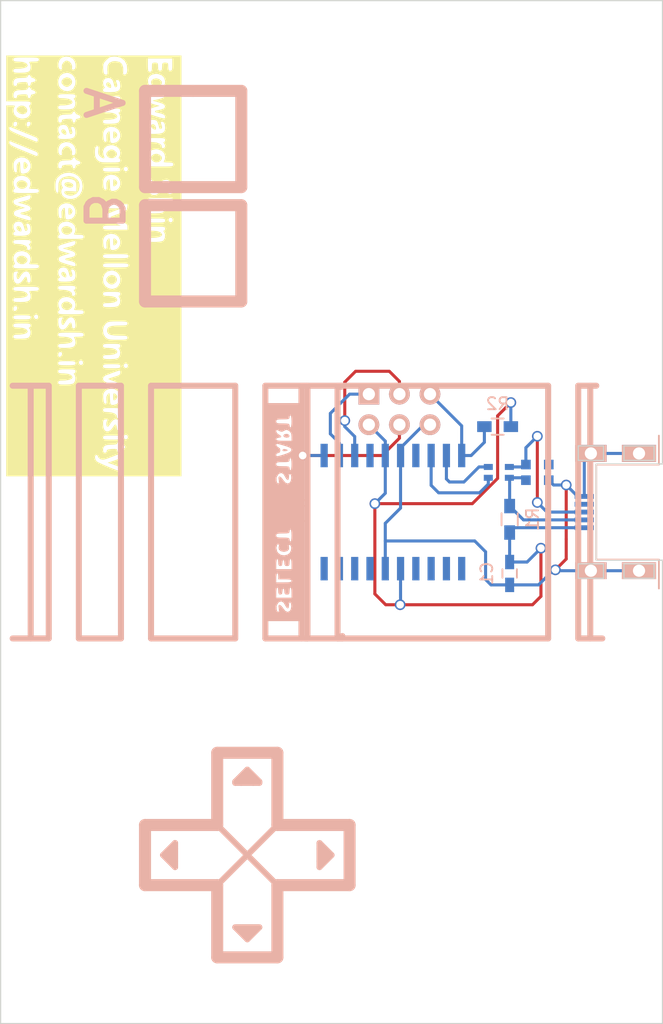
<source format=kicad_pcb>
(kicad_pcb (version 20171130) (host pcbnew "(5.1.12)-1")

  (general
    (thickness 1.6)
    (drawings 145)
    (tracks 110)
    (zones 0)
    (modules 10)
    (nets 22)
  )

  (page A3)
  (layers
    (0 F.Cu signal)
    (31 B.Cu signal)
    (32 B.Adhes user)
    (33 F.Adhes user)
    (34 B.Paste user)
    (35 F.Paste user)
    (36 B.SilkS user hide)
    (37 F.SilkS user hide)
    (38 B.Mask user)
    (39 F.Mask user)
    (40 Dwgs.User user)
    (41 Cmts.User user hide)
    (42 Eco1.User user)
    (43 Eco2.User user)
    (44 Edge.Cuts user)
  )

  (setup
    (last_trace_width 0.254)
    (user_trace_width 0.5)
    (trace_clearance 0.254)
    (zone_clearance 0)
    (zone_45_only no)
    (trace_min 0.254)
    (via_size 0.889)
    (via_drill 0.635)
    (via_min_size 0.889)
    (via_min_drill 0.508)
    (uvia_size 0.508)
    (uvia_drill 0.127)
    (uvias_allowed no)
    (uvia_min_size 0.508)
    (uvia_min_drill 0.127)
    (edge_width 0.1)
    (segment_width 0.5)
    (pcb_text_width 0.3)
    (pcb_text_size 1.5 1.5)
    (mod_edge_width 0.15)
    (mod_text_size 1 1)
    (mod_text_width 0.15)
    (pad_size 0.635 1.27)
    (pad_drill 0)
    (pad_to_mask_clearance 0)
    (aux_axis_origin 0 0)
    (visible_elements 7FFFFFFF)
    (pcbplotparams
      (layerselection 0x010f0_80000001)
      (usegerberextensions true)
      (usegerberattributes true)
      (usegerberadvancedattributes true)
      (creategerberjobfile true)
      (excludeedgelayer true)
      (linewidth 0.150000)
      (plotframeref false)
      (viasonmask false)
      (mode 1)
      (useauxorigin false)
      (hpglpennumber 1)
      (hpglpenspeed 20)
      (hpglpendiameter 15.000000)
      (psnegative false)
      (psa4output false)
      (plotreference false)
      (plotvalue false)
      (plotinvisibletext false)
      (padsonsilk false)
      (subtractmaskfromsilk false)
      (outputformat 1)
      (mirror false)
      (drillshape 0)
      (scaleselection 1)
      (outputdirectory "../../../Desktop/pcb/"))
  )

  (net 0 "")
  (net 1 +5V)
  (net 2 /MISO)
  (net 3 /MOSI)
  (net 4 /RST)
  (net 5 /SCK)
  (net 6 GND)
  (net 7 "Net-(CON1-Pad2)")
  (net 8 "Net-(CON1-Pad3)")
  (net 9 "Net-(CON1-Pad4)")
  (net 10 "Net-(IC1-Pad4)")
  (net 11 /Left)
  (net 12 "Net-(IC1-Pad8)")
  (net 13 "Net-(IC1-Pad9)")
  (net 14 /Up)
  (net 15 /Right)
  (net 16 /Down)
  (net 17 /Select)
  (net 18 "Net-(IC1-Pad17)")
  (net 19 /Start)
  (net 20 /B)
  (net 21 /A)

  (net_class Default "This is the default net class."
    (clearance 0.254)
    (trace_width 0.254)
    (via_dia 0.889)
    (via_drill 0.635)
    (uvia_dia 0.508)
    (uvia_drill 0.127)
    (add_net +5V)
    (add_net /A)
    (add_net /B)
    (add_net /Down)
    (add_net /Left)
    (add_net /MISO)
    (add_net /MOSI)
    (add_net /RST)
    (add_net /Right)
    (add_net /SCK)
    (add_net /Select)
    (add_net /Start)
    (add_net /Up)
    (add_net GND)
    (add_net "Net-(CON1-Pad2)")
    (add_net "Net-(CON1-Pad3)")
    (add_net "Net-(CON1-Pad4)")
    (add_net "Net-(IC1-Pad17)")
    (add_net "Net-(IC1-Pad4)")
    (add_net "Net-(IC1-Pad8)")
    (add_net "Net-(IC1-Pad9)")
  )

  (module card:15542661MicroUSBB (layer B.Cu) (tedit 57A7E86C) (tstamp 5741FFC7)
    (at 194.5 92.5 270)
    (path /53FFC71C)
    (fp_text reference CON1 (at 0 6.35 270) (layer B.SilkS) hide
      (effects (font (size 1 1) (thickness 0.15)) (justify mirror))
    )
    (fp_text value USB-MINI-B (at -5.08 3.81 270) (layer B.SilkS) hide
      (effects (font (size 1 1) (thickness 0.15)) (justify mirror))
    )
    (fp_line (start -4.475 -4.735) (end -5.275 -4.735) (layer B.SilkS) (width 0.15))
    (fp_line (start -5.275 -4.735) (end -5.275 -2.365) (layer B.SilkS) (width 0.15))
    (fp_line (start -4.475 -2.365) (end -5.275 -2.365) (layer B.SilkS) (width 0.15))
    (fp_line (start -4.475 -4.735) (end -4.475 -2.365) (layer B.SilkS) (width 0.15))
    (fp_line (start 5.275 -2.365) (end 5.275 -4.735) (layer B.SilkS) (width 0.15))
    (fp_line (start 4.475 -4.735) (end 5.275 -4.735) (layer B.SilkS) (width 0.15))
    (fp_line (start 4.475 -2.365) (end 4.475 -4.735) (layer B.SilkS) (width 0.15))
    (fp_line (start 5.275 -2.365) (end 4.475 -2.365) (layer B.SilkS) (width 0.15))
    (fp_line (start -4.475 1.435) (end -4.475 -0.535) (layer B.SilkS) (width 0.15))
    (fp_line (start -4.475 -0.535) (end -5.275 -0.535) (layer B.SilkS) (width 0.15))
    (fp_line (start -5.275 1.435) (end -5.275 -0.535) (layer B.SilkS) (width 0.15))
    (fp_line (start -5.275 1.435) (end -4.475 1.435) (layer B.SilkS) (width 0.15))
    (fp_line (start 5.275 1.435) (end 5.275 -0.535) (layer B.SilkS) (width 0.15))
    (fp_line (start 4.475 1.435) (end 4.475 -0.535) (layer B.SilkS) (width 0.15))
    (fp_line (start 4.475 -0.535) (end 5.275 -0.535) (layer B.SilkS) (width 0.15))
    (fp_line (start 4.475 1.435) (end 5.275 1.435) (layer B.SilkS) (width 0.15))
    (fp_line (start -3.95 -5.2) (end -6.35 -5.2) (layer B.SilkS) (width 0.15))
    (fp_line (start 3.95 -5.2) (end 6.35 -5.2) (layer B.SilkS) (width 0.15))
    (fp_line (start -3.95 0) (end -3.95 -5.2) (layer B.SilkS) (width 0.15))
    (fp_line (start 3.95 0) (end 3.95 -5.2) (layer B.SilkS) (width 0.15))
    (fp_line (start -3.95 0) (end 3.95 0) (layer B.SilkS) (width 0.15))
    (pad 9 smd rect (at 4.8735 -3.55 270) (size 1.4 2.85) (layers F.Cu B.Paste B.Mask)
      (net 6 GND))
    (pad 7 smd rect (at 4.8735 0.45 270) (size 1.4 2.6) (layers F.Cu B.Paste B.Mask)
      (net 6 GND))
    (pad 8 smd rect (at -4.8735 -3.55 270) (size 1.4 2.85) (layers F.Cu B.Paste B.Mask)
      (net 6 GND))
    (pad 6 smd rect (at -4.8735 0.45 270) (size 1.4 2.6) (layers F.Cu B.Paste B.Mask)
      (net 6 GND))
    (pad 1 smd rect (at 1.3 1 270) (size 0.4 1.6) (layers B.Cu B.Paste B.Mask)
      (net 1 +5V))
    (pad 2 smd rect (at 0.65 1 270) (size 0.4 1.6) (layers B.Cu B.Paste B.Mask)
      (net 7 "Net-(CON1-Pad2)"))
    (pad 3 smd rect (at 0 1 270) (size 0.4 1.6) (layers B.Cu B.Paste B.Mask)
      (net 8 "Net-(CON1-Pad3)"))
    (pad 4 smd rect (at -0.65 1 270) (size 0.4 1.6) (layers B.Cu B.Paste B.Mask)
      (net 9 "Net-(CON1-Pad4)"))
    (pad 5 smd rect (at -1.3 1 270) (size 0.4 1.6) (layers B.Cu B.Paste B.Mask)
      (net 6 GND))
    (pad 6 thru_hole rect (at -4.8735 0.45 270) (size 1.4 2.6) (drill 1.01) (layers *.Cu *.Mask B.SilkS)
      (net 6 GND))
    (pad 7 thru_hole rect (at 4.8735 0.45 270) (size 1.4 2.6) (drill 1.01) (layers *.Cu *.Mask B.SilkS)
      (net 6 GND))
    (pad 8 thru_hole rect (at -4.8735 -3.55 270) (size 1.4 2.85) (drill 1.01) (layers *.Cu *.Mask B.SilkS)
      (net 6 GND))
    (pad 9 thru_hole rect (at 4.8735 -3.55 270) (size 1.4 2.85) (drill 1.01) (layers *.Cu *.Mask B.SilkS)
      (net 6 GND))
  )

  (module LOGO (layer F.Cu) (tedit 0) (tstamp 540539C2)
    (at 152.75 72 270)
    (fp_text reference G***_2 (at 0 8.04164 270) (layer F.SilkS) hide
      (effects (font (size 1.524 1.524) (thickness 0.3048)))
    )
    (fp_text value LOGO (at 0 -8.04164 270) (layer F.SilkS) hide
      (effects (font (size 1.524 1.524) (thickness 0.3048)))
    )
    (fp_poly (pts (xy 17.526 7.28218) (xy 17.10436 7.28218) (xy 17.10436 -2.1717) (xy 17.03324 -2.19202)
      (xy 16.91894 -2.1844) (xy 16.79702 -2.12852) (xy 16.69034 -1.97358) (xy 16.57858 -1.68656)
      (xy 16.56588 -1.651) (xy 16.3957 -1.143) (xy 16.22552 -1.67132) (xy 16.12392 -1.96088)
      (xy 16.03756 -2.12344) (xy 15.94104 -2.18948) (xy 15.8496 -2.19964) (xy 15.70482 -2.17424)
      (xy 15.69212 -2.07518) (xy 15.69974 -2.05232) (xy 15.75816 -1.90246) (xy 15.85468 -1.64846)
      (xy 15.97152 -1.34366) (xy 15.9766 -1.3335) (xy 16.09344 -1.01346) (xy 16.1417 -0.79756)
      (xy 16.13662 -0.64262) (xy 16.1036 -0.54864) (xy 15.9893 -0.3937) (xy 15.87754 -0.33782)
      (xy 15.76324 -0.27178) (xy 15.748 -0.21082) (xy 15.81404 -0.11176) (xy 15.96644 -0.0889)
      (xy 16.15186 -0.1397) (xy 16.28648 -0.2413) (xy 16.36014 -0.36068) (xy 16.47444 -0.5969)
      (xy 16.61414 -0.90932) (xy 16.76146 -1.25476) (xy 16.90116 -1.59512) (xy 17.01546 -1.88976)
      (xy 17.08658 -2.09804) (xy 17.10436 -2.1717) (xy 17.10436 7.28218) (xy 15.58036 7.28218)
      (xy 15.58036 -0.92202) (xy 15.5194 -1.05156) (xy 15.4305 -1.06934) (xy 15.3416 -1.0922)
      (xy 15.28826 -1.2065) (xy 15.26032 -1.4478) (xy 15.25778 -1.50114) (xy 15.25016 -1.76276)
      (xy 15.27302 -1.89484) (xy 15.3416 -1.9431) (xy 15.4051 -1.94564) (xy 15.54734 -1.99898)
      (xy 15.58036 -2.07264) (xy 15.50924 -2.17678) (xy 15.41018 -2.19964) (xy 15.2781 -2.2479)
      (xy 15.24 -2.41808) (xy 15.19174 -2.57556) (xy 15.08506 -2.61366) (xy 14.9733 -2.53746)
      (xy 14.91742 -2.39014) (xy 14.84884 -2.24282) (xy 14.7701 -2.19964) (xy 14.66088 -2.1336)
      (xy 14.64818 -2.07264) (xy 14.71676 -1.96088) (xy 14.77518 -1.94564) (xy 14.84884 -1.90754)
      (xy 14.88948 -1.7653) (xy 14.90218 -1.49098) (xy 14.90218 -1.45542) (xy 14.9225 -1.1049)
      (xy 15.00124 -0.889) (xy 15.1511 -0.78486) (xy 15.3416 -0.762) (xy 15.52194 -0.79502)
      (xy 15.57782 -0.90932) (xy 15.58036 -0.92202) (xy 15.58036 7.28218) (xy 14.478 7.28218)
      (xy 14.478 -1.23952) (xy 14.478 -1.48082) (xy 14.47546 -1.83134) (xy 14.46022 -2.0447)
      (xy 14.46022 -2.63652) (xy 14.42212 -2.77368) (xy 14.2875 -2.83464) (xy 14.14018 -2.794)
      (xy 14.0716 -2.67716) (xy 14.11224 -2.54508) (xy 14.22908 -2.46888) (xy 14.2875 -2.47142)
      (xy 14.4272 -2.56286) (xy 14.46022 -2.63652) (xy 14.46022 -2.0447) (xy 14.4272 -2.15646)
      (xy 14.36624 -2.1971) (xy 14.31036 -2.19964) (xy 14.22654 -2.18694) (xy 14.17574 -2.12598)
      (xy 14.15034 -1.9812) (xy 14.14018 -1.72212) (xy 14.14018 -1.48082) (xy 14.14272 -1.1303)
      (xy 14.15796 -0.91694) (xy 14.19098 -0.80772) (xy 14.25194 -0.76708) (xy 14.31036 -0.762)
      (xy 14.39164 -0.7747) (xy 14.44244 -0.8382) (xy 14.46784 -0.98044) (xy 14.478 -1.23952)
      (xy 14.478 7.28218) (xy 13.79982 7.28218) (xy 13.79982 -1.19888) (xy 13.6779 -1.4097)
      (xy 13.43406 -1.60274) (xy 13.35278 -1.64846) (xy 13.22324 -1.75514) (xy 13.2461 -1.84912)
      (xy 13.4112 -1.89992) (xy 13.48486 -1.905) (xy 13.6652 -1.93802) (xy 13.716 -2.05232)
      (xy 13.67282 -2.15646) (xy 13.52042 -2.1971) (xy 13.41374 -2.19964) (xy 13.06322 -2.15138)
      (xy 12.84732 -2.02184) (xy 12.77366 -1.83642) (xy 12.84478 -1.6256) (xy 13.0683 -1.41224)
      (xy 13.23848 -1.31318) (xy 13.37818 -1.21158) (xy 13.42136 -1.14046) (xy 13.35024 -1.06172)
      (xy 13.18768 -1.03124) (xy 13.00734 -1.0541) (xy 12.90828 -1.1049) (xy 12.81176 -1.1557)
      (xy 12.78636 -1.05918) (xy 12.78636 -1.03886) (xy 12.81176 -0.87376) (xy 12.84224 -0.81788)
      (xy 12.97686 -0.77216) (xy 13.20292 -0.76454) (xy 13.4493 -0.78994) (xy 13.63726 -0.84836)
      (xy 13.78966 -1.0033) (xy 13.79982 -1.19888) (xy 13.79982 7.28218) (xy 12.7 7.28218)
      (xy 12.7 -2.03454) (xy 12.63904 -2.16662) (xy 12.49172 -2.19964) (xy 12.32408 -2.12598)
      (xy 12.2936 -2.09804) (xy 12.20978 -2.03962) (xy 12.192 -2.09804) (xy 12.12088 -2.18186)
      (xy 12.02436 -2.19964) (xy 11.94054 -2.18694) (xy 11.88974 -2.12598) (xy 11.86434 -1.9812)
      (xy 11.85418 -1.72212) (xy 11.85418 -1.48082) (xy 11.85672 -1.1303) (xy 11.87196 -0.91694)
      (xy 11.90498 -0.80772) (xy 11.96594 -0.76708) (xy 12.02436 -0.762) (xy 12.12596 -0.78486)
      (xy 12.17676 -0.88392) (xy 12.192 -1.09982) (xy 12.192 -1.16586) (xy 12.22502 -1.47828)
      (xy 12.31392 -1.73228) (xy 12.44092 -1.88976) (xy 12.58062 -1.91262) (xy 12.58316 -1.91262)
      (xy 12.67968 -1.93548) (xy 12.7 -2.03454) (xy 12.7 7.28218) (xy 11.60018 7.28218)
      (xy 11.60018 -1.56972) (xy 11.60018 -1.6129) (xy 11.52906 -1.8923) (xy 11.34364 -2.09042)
      (xy 11.08964 -2.19456) (xy 10.80262 -2.18694) (xy 10.5283 -2.0574) (xy 10.4521 -1.9939)
      (xy 10.28192 -1.7145) (xy 10.24382 -1.38938) (xy 10.34034 -1.0795) (xy 10.43178 -0.9525)
      (xy 10.5791 -0.83058) (xy 10.7569 -0.77724) (xy 11.03122 -0.77724) (xy 11.04646 -0.77978)
      (xy 11.32078 -0.8128) (xy 11.46302 -0.8763) (xy 11.49858 -0.94488) (xy 11.48842 -1.03378)
      (xy 11.38682 -1.05918) (xy 11.19632 -1.0414) (xy 10.93216 -1.03632) (xy 10.74928 -1.1176)
      (xy 10.71118 -1.1557) (xy 10.63244 -1.24206) (xy 10.63752 -1.29032) (xy 10.75182 -1.31572)
      (xy 11.00074 -1.3335) (xy 11.07694 -1.33604) (xy 11.36142 -1.35382) (xy 11.5189 -1.3843)
      (xy 11.58494 -1.45034) (xy 11.60018 -1.56972) (xy 11.60018 7.28218) (xy 10.13714 7.28218)
      (xy 10.13714 -2.11836) (xy 10.1346 -2.18694) (xy 10.09142 -2.20218) (xy 10.01268 -2.18948)
      (xy 9.98982 -2.18694) (xy 9.85774 -2.12852) (xy 9.74852 -1.97612) (xy 9.6393 -1.69926)
      (xy 9.54786 -1.44526) (xy 9.47674 -1.26238) (xy 9.44372 -1.20396) (xy 9.40308 -1.2573)
      (xy 9.33704 -1.4351) (xy 9.26084 -1.68148) (xy 9.17194 -1.9685) (xy 9.0932 -2.12598)
      (xy 9.00176 -2.19202) (xy 8.91794 -2.19964) (xy 8.8011 -2.19964) (xy 8.74522 -2.1717)
      (xy 8.74522 -2.0828) (xy 8.80364 -1.89738) (xy 8.9027 -1.63322) (xy 9.01192 -1.33604)
      (xy 9.10844 -1.0795) (xy 9.15416 -0.9525) (xy 9.29132 -0.78994) (xy 9.42594 -0.762)
      (xy 9.54024 -0.78486) (xy 9.6393 -0.87884) (xy 9.7409 -1.07442) (xy 9.84758 -1.3335)
      (xy 9.99744 -1.71958) (xy 10.09142 -1.97104) (xy 10.13714 -2.11836) (xy 10.13714 7.28218)
      (xy 9.906 7.28218) (xy 9.906 2.41554) (xy 9.906 2.37744) (xy 9.89076 2.00406)
      (xy 9.83996 1.76784) (xy 9.77392 1.65862) (xy 9.5758 1.55194) (xy 9.32688 1.53162)
      (xy 9.11606 1.59512) (xy 9.07796 1.6256) (xy 8.9916 1.68402) (xy 8.97636 1.6256)
      (xy 8.90524 1.54432) (xy 8.80618 1.524) (xy 8.72236 1.5367) (xy 8.6741 1.6002)
      (xy 8.64616 1.74498) (xy 8.63854 2.00406) (xy 8.636 2.24536) (xy 8.63854 2.59334)
      (xy 8.65378 2.8067) (xy 8.68934 2.91846) (xy 8.7503 2.9591) (xy 8.80618 2.96418)
      (xy 8.90524 2.94386) (xy 8.95604 2.85496) (xy 8.97382 2.65938) (xy 8.97636 2.50444)
      (xy 9.01192 2.1463) (xy 9.11352 1.89738) (xy 9.271 1.78308) (xy 9.31672 1.778)
      (xy 9.43102 1.85674) (xy 9.51738 2.0701) (xy 9.5631 2.38252) (xy 9.56818 2.53492)
      (xy 9.5758 2.79146) (xy 9.6139 2.91846) (xy 9.69518 2.96164) (xy 9.73836 2.96418)
      (xy 9.82726 2.9464) (xy 9.87806 2.87528) (xy 9.90092 2.71018) (xy 9.906 2.41554)
      (xy 9.906 7.28218) (xy 8.55218 7.28218) (xy 8.55218 -1.48082) (xy 8.54964 -1.83134)
      (xy 8.5344 -2.0447) (xy 8.5344 -2.63652) (xy 8.4963 -2.77368) (xy 8.36168 -2.83464)
      (xy 8.21436 -2.794) (xy 8.14324 -2.67716) (xy 8.18388 -2.54508) (xy 8.30326 -2.46888)
      (xy 8.35914 -2.47142) (xy 8.50138 -2.56286) (xy 8.5344 -2.63652) (xy 8.5344 -2.0447)
      (xy 8.49884 -2.15646) (xy 8.43788 -2.1971) (xy 8.382 -2.19964) (xy 8.30072 -2.18694)
      (xy 8.24992 -2.12598) (xy 8.22452 -1.9812) (xy 8.21436 -1.72212) (xy 8.21436 -1.48082)
      (xy 8.2169 -1.1303) (xy 8.23214 -0.91694) (xy 8.26516 -0.80772) (xy 8.32612 -0.76708)
      (xy 8.382 -0.762) (xy 8.46582 -0.7747) (xy 8.51408 -0.8382) (xy 8.54202 -0.98044)
      (xy 8.54964 -1.23952) (xy 8.55218 -1.48082) (xy 8.55218 7.28218) (xy 8.29818 7.28218)
      (xy 8.29818 2.24536) (xy 8.29564 1.89484) (xy 8.2804 1.68148) (xy 8.2804 1.08966)
      (xy 8.2423 0.94996) (xy 8.10768 0.89154) (xy 7.96036 0.93218) (xy 7.88924 1.04902)
      (xy 7.92988 1.1811) (xy 8.04926 1.25476) (xy 8.10514 1.25476) (xy 8.24738 1.16332)
      (xy 8.2804 1.08966) (xy 8.2804 1.68148) (xy 8.24484 1.56972) (xy 8.18388 1.52908)
      (xy 8.128 1.524) (xy 8.04672 1.5367) (xy 7.99592 1.6002) (xy 7.97052 1.74498)
      (xy 7.96036 2.00406) (xy 7.96036 2.24536) (xy 7.9629 2.59334) (xy 7.97814 2.8067)
      (xy 8.01116 2.91846) (xy 8.07212 2.9591) (xy 8.128 2.96418) (xy 8.21182 2.95148)
      (xy 8.26008 2.88798) (xy 8.28802 2.7432) (xy 8.29564 2.48412) (xy 8.29818 2.24536)
      (xy 8.29818 7.28218) (xy 7.79018 7.28218) (xy 7.79018 -1.31064) (xy 7.79018 -1.34874)
      (xy 7.77494 -1.72212) (xy 7.72414 -1.95834) (xy 7.65556 -2.06756) (xy 7.45744 -2.1717)
      (xy 7.21106 -2.19456) (xy 6.9977 -2.13106) (xy 6.9596 -2.09804) (xy 6.87578 -2.03962)
      (xy 6.858 -2.09804) (xy 6.78688 -2.18186) (xy 6.69036 -2.19964) (xy 6.60654 -2.18694)
      (xy 6.55574 -2.12598) (xy 6.53034 -1.9812) (xy 6.52018 -1.72212) (xy 6.52018 -1.48082)
      (xy 6.52272 -1.1303) (xy 6.53796 -0.91694) (xy 6.57098 -0.80772) (xy 6.63194 -0.76708)
      (xy 6.69036 -0.762) (xy 6.78688 -0.78232) (xy 6.83768 -0.87122) (xy 6.858 -1.0668)
      (xy 6.858 -1.22174) (xy 6.8961 -1.57988) (xy 6.9977 -1.8288) (xy 7.15518 -1.9431)
      (xy 7.2009 -1.94564) (xy 7.3152 -1.86944) (xy 7.40156 -1.65608) (xy 7.44728 -1.34112)
      (xy 7.45236 -1.19126) (xy 7.45998 -0.93472) (xy 7.49554 -0.80518) (xy 7.57936 -0.76454)
      (xy 7.62 -0.762) (xy 7.7089 -0.77724) (xy 7.7597 -0.8509) (xy 7.7851 -1.016)
      (xy 7.79018 -1.31064) (xy 7.79018 7.28218) (xy 7.6073 7.28218) (xy 7.6073 2.82448)
      (xy 7.60476 2.81686) (xy 7.50824 2.68732) (xy 7.38632 2.6416) (xy 7.239 2.65684)
      (xy 7.19836 2.78892) (xy 7.24154 2.92354) (xy 7.4041 2.96418) (xy 7.41426 2.96418)
      (xy 7.57682 2.9337) (xy 7.6073 2.82448) (xy 7.6073 7.28218) (xy 6.858 7.28218)
      (xy 6.858 2.40792) (xy 6.84276 2.00152) (xy 6.78434 1.73482) (xy 6.67004 1.5875)
      (xy 6.4897 1.52908) (xy 6.40588 1.524) (xy 6.18236 1.55448) (xy 6.18236 -1.98628)
      (xy 6.17982 -2.35966) (xy 6.16712 -2.59842) (xy 6.13918 -2.72796) (xy 6.08838 -2.7813)
      (xy 6.01218 -2.794) (xy 5.92582 -2.77876) (xy 5.87502 -2.71018) (xy 5.84962 -2.5527)
      (xy 5.842 -2.27076) (xy 5.842 -2.16408) (xy 5.8293 -1.70688) (xy 5.78104 -1.39446)
      (xy 5.69214 -1.2065) (xy 5.5499 -1.11506) (xy 5.42036 -1.09982) (xy 5.23748 -1.13538)
      (xy 5.11302 -1.25222) (xy 5.03682 -1.47828) (xy 5.00126 -1.83388) (xy 4.99618 -2.16408)
      (xy 4.9911 -2.48666) (xy 4.97332 -2.67716) (xy 4.93014 -2.76606) (xy 4.85394 -2.79146)
      (xy 4.826 -2.794) (xy 4.74726 -2.7813) (xy 4.699 -2.72542) (xy 4.67106 -2.5908)
      (xy 4.65836 -2.3495) (xy 4.65836 -1.98628) (xy 4.6609 -1.60274) (xy 4.67614 -1.34874)
      (xy 4.71424 -1.18364) (xy 4.77774 -1.06426) (xy 4.8641 -0.97028) (xy 5.09524 -0.8128)
      (xy 5.39242 -0.762) (xy 5.42036 -0.762) (xy 5.72516 -0.80518) (xy 5.9563 -0.9525)
      (xy 5.97408 -0.97028) (xy 6.0706 -1.0795) (xy 6.13156 -1.20396) (xy 6.16458 -1.37922)
      (xy 6.17982 -1.64846) (xy 6.18236 -1.98628) (xy 6.18236 1.55448) (xy 6.02996 1.6256)
      (xy 5.969 1.651) (xy 5.93598 1.55448) (xy 5.92836 1.31318) (xy 5.92836 1.28778)
      (xy 5.9182 1.02616) (xy 5.88264 0.89408) (xy 5.80644 0.8509) (xy 5.75818 0.84836)
      (xy 5.68706 0.85598) (xy 5.6388 0.90424) (xy 5.61086 1.016) (xy 5.59562 1.22174)
      (xy 5.59054 1.54686) (xy 5.588 1.905) (xy 5.59054 2.34442) (xy 5.59816 2.6416)
      (xy 5.61594 2.82448) (xy 5.64896 2.921) (xy 5.69976 2.9591) (xy 5.75818 2.96418)
      (xy 5.85724 2.94386) (xy 5.90804 2.85496) (xy 5.92582 2.65938) (xy 5.92836 2.50444)
      (xy 5.96392 2.1463) (xy 6.06552 1.89738) (xy 6.223 1.78308) (xy 6.26872 1.778)
      (xy 6.38302 1.85674) (xy 6.46938 2.0701) (xy 6.5151 2.38252) (xy 6.52018 2.53492)
      (xy 6.5278 2.79146) (xy 6.5659 2.91846) (xy 6.64718 2.96164) (xy 6.69036 2.96418)
      (xy 6.77926 2.9464) (xy 6.8326 2.8702) (xy 6.85292 2.70002) (xy 6.858 2.40792)
      (xy 6.858 7.28218) (xy 6.096 7.28218) (xy 6.096 6.13918) (xy 6.096 6.10362)
      (xy 6.08076 5.7277) (xy 6.02996 5.49148) (xy 5.96392 5.38226) (xy 5.7658 5.27812)
      (xy 5.51688 5.25526) (xy 5.33146 5.31114) (xy 5.33146 2.5273) (xy 5.20954 2.31648)
      (xy 4.96824 2.12344) (xy 4.88696 2.07772) (xy 4.75488 1.97104) (xy 4.78028 1.87706)
      (xy 4.94284 1.82372) (xy 5.0165 1.82118) (xy 5.19684 1.78562) (xy 5.25018 1.67386)
      (xy 5.207 1.56972) (xy 5.0546 1.52654) (xy 4.94792 1.524) (xy 4.59486 1.5748)
      (xy 4.37896 1.70434) (xy 4.3053 1.88722) (xy 4.37896 2.10058) (xy 4.60248 2.31394)
      (xy 4.77266 2.413) (xy 4.91236 2.51206) (xy 4.953 2.58572) (xy 4.88442 2.66446)
      (xy 4.72186 2.69494) (xy 4.54152 2.67208) (xy 4.43992 2.62128) (xy 4.34594 2.57048)
      (xy 4.318 2.667) (xy 4.318 2.68478) (xy 4.3434 2.84988) (xy 4.37388 2.9083)
      (xy 4.51104 2.95402) (xy 4.7371 2.96164) (xy 4.98094 2.9337) (xy 5.17144 2.87528)
      (xy 5.32384 2.72288) (xy 5.33146 2.5273) (xy 5.33146 5.31114) (xy 5.30606 5.3213)
      (xy 5.26796 5.35178) (xy 5.1816 5.4102) (xy 5.16636 5.35178) (xy 5.09524 5.26796)
      (xy 4.99618 5.25018) (xy 4.91236 5.26288) (xy 4.8641 5.32638) (xy 4.83616 5.46862)
      (xy 4.82854 5.7277) (xy 4.826 5.969) (xy 4.82854 6.31952) (xy 4.84378 6.53288)
      (xy 4.87934 6.64464) (xy 4.9403 6.68528) (xy 4.99618 6.69036) (xy 5.09524 6.6675)
      (xy 5.14604 6.58114) (xy 5.16382 6.38302) (xy 5.16636 6.23062) (xy 5.20192 5.87248)
      (xy 5.30352 5.62356) (xy 5.461 5.50926) (xy 5.50672 5.50418) (xy 5.62102 5.58292)
      (xy 5.70738 5.79628) (xy 5.7531 6.1087) (xy 5.75818 6.2611) (xy 5.7658 6.5151)
      (xy 5.8039 6.64464) (xy 5.88518 6.68782) (xy 5.92836 6.69036) (xy 6.01726 6.67258)
      (xy 6.06806 6.60146) (xy 6.09092 6.43382) (xy 6.096 6.13918) (xy 6.096 7.28218)
      (xy 4.48818 7.28218) (xy 4.48818 5.969) (xy 4.48564 5.61848) (xy 4.4704 5.40512)
      (xy 4.4704 4.81584) (xy 4.4323 4.67614) (xy 4.29768 4.61772) (xy 4.15036 4.65582)
      (xy 4.07924 4.77266) (xy 4.11988 4.90474) (xy 4.23926 4.98094) (xy 4.29514 4.98094)
      (xy 4.43738 4.88696) (xy 4.4704 4.81584) (xy 4.4704 5.40512) (xy 4.43484 5.2959)
      (xy 4.37388 5.25526) (xy 4.318 5.25018) (xy 4.23672 5.26288) (xy 4.18592 5.32638)
      (xy 4.16052 5.46862) (xy 4.15036 5.7277) (xy 4.15036 5.969) (xy 4.1529 6.31952)
      (xy 4.16814 6.53288) (xy 4.20116 6.64464) (xy 4.26212 6.68528) (xy 4.318 6.69036)
      (xy 4.40182 6.67512) (xy 4.45008 6.61416) (xy 4.47802 6.46938) (xy 4.48564 6.2103)
      (xy 4.48818 5.969) (xy 4.48818 7.28218) (xy 4.064 7.28218) (xy 4.064 2.26314)
      (xy 4.064 1.905) (xy 4.064 1.46558) (xy 4.05638 1.1684) (xy 4.0386 0.98552)
      (xy 4.00558 0.889) (xy 3.95224 0.85344) (xy 3.89636 0.84836) (xy 3.79476 0.86868)
      (xy 3.74396 0.96012) (xy 3.72618 1.16332) (xy 3.72618 1.28778) (xy 3.71856 1.53924)
      (xy 3.68808 1.64846) (xy 3.62966 1.63322) (xy 3.62458 1.6256) (xy 3.47218 1.55448)
      (xy 3.47218 -1.31064) (xy 3.47218 -1.34874) (xy 3.45694 -1.72212) (xy 3.40614 -1.95834)
      (xy 3.33756 -2.06756) (xy 3.13944 -2.1717) (xy 2.89306 -2.19456) (xy 2.6797 -2.13106)
      (xy 2.6416 -2.09804) (xy 2.55778 -2.03962) (xy 2.54 -2.09804) (xy 2.46888 -2.18186)
      (xy 2.37236 -2.19964) (xy 2.28854 -2.18694) (xy 2.23774 -2.12598) (xy 2.21234 -1.9812)
      (xy 2.20218 -1.72212) (xy 2.20218 -1.48082) (xy 2.20472 -1.1303) (xy 2.21996 -0.91694)
      (xy 2.25298 -0.80772) (xy 2.31394 -0.76708) (xy 2.37236 -0.762) (xy 2.46888 -0.78232)
      (xy 2.51968 -0.87122) (xy 2.54 -1.0668) (xy 2.54 -1.22174) (xy 2.5781 -1.57988)
      (xy 2.6797 -1.8288) (xy 2.83718 -1.9431) (xy 2.8829 -1.94564) (xy 2.9972 -1.86944)
      (xy 3.08356 -1.65608) (xy 3.12928 -1.34112) (xy 3.13436 -1.19126) (xy 3.14198 -0.93472)
      (xy 3.17754 -0.80518) (xy 3.26136 -0.76454) (xy 3.302 -0.762) (xy 3.3909 -0.77724)
      (xy 3.4417 -0.8509) (xy 3.4671 -1.016) (xy 3.47218 -1.31064) (xy 3.47218 1.55448)
      (xy 3.2512 1.524) (xy 3.24866 1.524) (xy 2.96672 1.6002) (xy 2.75336 1.80848)
      (xy 2.63906 2.12344) (xy 2.62636 2.2987) (xy 2.6924 2.62636) (xy 2.87274 2.85496)
      (xy 3.13436 2.96418) (xy 3.4417 2.92862) (xy 3.56108 2.87528) (xy 3.6957 2.8321)
      (xy 3.72618 2.87528) (xy 3.7973 2.9464) (xy 3.89636 2.96418) (xy 3.96494 2.95402)
      (xy 4.0132 2.90576) (xy 4.04114 2.794) (xy 4.05638 2.58826) (xy 4.064 2.26314)
      (xy 4.064 7.28218) (xy 3.7973 7.28218) (xy 3.7973 6.55066) (xy 3.79476 6.5405)
      (xy 3.69824 6.4135) (xy 3.57632 6.36524) (xy 3.429 6.38302) (xy 3.38836 6.51256)
      (xy 3.38836 6.5151) (xy 3.43154 6.64972) (xy 3.5941 6.68782) (xy 3.60426 6.69036)
      (xy 3.76682 6.65734) (xy 3.7973 6.55066) (xy 3.7973 7.28218) (xy 3.048 7.28218)
      (xy 3.048 6.1341) (xy 3.03276 5.72516) (xy 2.97434 5.461) (xy 2.86004 5.31114)
      (xy 2.6797 5.25272) (xy 2.59588 5.25018) (xy 2.54 5.25526) (xy 2.54 1.69164)
      (xy 2.47904 1.55956) (xy 2.33172 1.52654) (xy 2.16408 1.6002) (xy 2.1336 1.6256)
      (xy 2.04978 1.68402) (xy 2.032 1.6256) (xy 1.96088 1.54432) (xy 1.95834 1.54178)
      (xy 1.95834 -1.5494) (xy 1.87706 -1.8415) (xy 1.72466 -2.02438) (xy 1.41478 -2.18186)
      (xy 1.0922 -2.20472) (xy 0.79756 -2.1082) (xy 0.56642 -1.91262) (xy 0.43942 -1.62814)
      (xy 0.42418 -1.48082) (xy 0.49784 -1.14554) (xy 0.70104 -0.90424) (xy 1.01346 -0.77724)
      (xy 1.18618 -0.762) (xy 1.49098 -0.80518) (xy 1.72212 -0.9525) (xy 1.7399 -0.97028)
      (xy 1.91262 -1.24206) (xy 1.95834 -1.5494) (xy 1.95834 1.54178) (xy 1.86436 1.524)
      (xy 1.78054 1.5367) (xy 1.72974 1.6002) (xy 1.70434 1.74498) (xy 1.69418 2.00406)
      (xy 1.69418 2.24536) (xy 1.69672 2.59334) (xy 1.71196 2.8067) (xy 1.74498 2.91846)
      (xy 1.80594 2.9591) (xy 1.86436 2.96418) (xy 1.96596 2.94132) (xy 2.01676 2.84226)
      (xy 2.032 2.62636) (xy 2.032 2.56032) (xy 2.06502 2.24536) (xy 2.15392 1.9939)
      (xy 2.28092 1.83642) (xy 2.42062 1.81102) (xy 2.42316 1.81356) (xy 2.51968 1.7907)
      (xy 2.54 1.69164) (xy 2.54 5.25526) (xy 2.37236 5.27812) (xy 2.21996 5.34924)
      (xy 2.21996 5.35178) (xy 2.159 5.37464) (xy 2.12598 5.28066) (xy 2.11836 5.03936)
      (xy 2.11836 5.01142) (xy 2.1082 4.75234) (xy 2.07264 4.62026) (xy 1.99644 4.57454)
      (xy 1.94818 4.572) (xy 1.87706 4.58216) (xy 1.8288 4.63042) (xy 1.80086 4.74218)
      (xy 1.78562 4.94792) (xy 1.78054 5.27304) (xy 1.778 5.63118) (xy 1.78054 6.0706)
      (xy 1.78816 6.36778) (xy 1.80594 6.55066) (xy 1.83896 6.64718) (xy 1.88976 6.68274)
      (xy 1.94818 6.69036) (xy 2.04724 6.6675) (xy 2.09804 6.58114) (xy 2.11582 6.38302)
      (xy 2.11836 6.23062) (xy 2.15392 5.87248) (xy 2.25552 5.62356) (xy 2.413 5.50926)
      (xy 2.45872 5.50418) (xy 2.57302 5.58292) (xy 2.65938 5.79628) (xy 2.7051 6.1087)
      (xy 2.71018 6.2611) (xy 2.7178 6.5151) (xy 2.7559 6.64464) (xy 2.83718 6.68782)
      (xy 2.88036 6.69036) (xy 2.96926 6.67258) (xy 3.0226 6.59638) (xy 3.04292 6.42366)
      (xy 3.048 6.1341) (xy 3.048 7.28218) (xy 2.11836 7.28218) (xy 1.52146 7.28218)
      (xy 1.52146 6.25348) (xy 1.39954 6.04266) (xy 1.15824 5.84708) (xy 1.07696 5.8039)
      (xy 0.94488 5.69468) (xy 0.97028 5.6007) (xy 1.13284 5.5499) (xy 1.2065 5.54736)
      (xy 1.38684 5.5118) (xy 1.44018 5.3975) (xy 1.397 5.29336) (xy 1.35636 5.28066)
      (xy 1.35636 2.37744) (xy 1.3335 1.97612) (xy 1.2573 1.71704) (xy 1.11506 1.5748)
      (xy 0.889 1.524) (xy 0.84836 1.524) (xy 0.53594 1.55956) (xy 0.37084 1.6637)
      (xy 0.34036 1.78054) (xy 0.35814 1.87706) (xy 0.44704 1.88468) (xy 0.5969 1.83642)
      (xy 0.78994 1.78054) (xy 0.89408 1.8161) (xy 0.93218 1.86436) (xy 0.94996 1.9558)
      (xy 0.84582 2.0193) (xy 0.70358 2.05486) (xy 0.3937 2.15138) (xy 0.22606 2.29108)
      (xy 0.17018 2.5019) (xy 0.17018 -1.81864) (xy 0.16764 -2.25806) (xy 0.16002 -2.55778)
      (xy 0.14224 -2.74066) (xy 0.10922 -2.83464) (xy 0.05842 -2.87274) (xy 0 -2.87782)
      (xy -0.07112 -2.86766) (xy -0.11684 -2.82194) (xy -0.14732 -2.71018) (xy -0.16256 -2.50444)
      (xy -0.16764 -2.17932) (xy -0.16764 -1.81864) (xy -0.16764 -1.38176) (xy -0.16002 -1.08204)
      (xy -0.14224 -0.89916) (xy -0.10922 -0.80518) (xy -0.05588 -0.76708) (xy 0 -0.762)
      (xy 0.07112 -0.77216) (xy 0.11938 -0.81788) (xy 0.14732 -0.92964) (xy 0.16256 -1.13538)
      (xy 0.16764 -1.4605) (xy 0.17018 -1.81864) (xy 0.17018 2.5019) (xy 0.17018 2.53492)
      (xy 0.2286 2.79654) (xy 0.40894 2.93624) (xy 0.59436 2.96418) (xy 0.8001 2.92608)
      (xy 0.9144 2.86258) (xy 0.99822 2.80416) (xy 1.016 2.86258) (xy 1.08712 2.94386)
      (xy 1.18618 2.96418) (xy 1.27508 2.9464) (xy 1.32588 2.87528) (xy 1.34874 2.71018)
      (xy 1.35382 2.41554) (xy 1.35636 2.37744) (xy 1.35636 5.28066) (xy 1.2446 5.25272)
      (xy 1.13792 5.25018) (xy 0.78486 5.29844) (xy 0.56896 5.42798) (xy 0.4953 5.6134)
      (xy 0.56896 5.82676) (xy 0.79248 6.04012) (xy 0.96266 6.13918) (xy 1.10236 6.23824)
      (xy 1.143 6.30936) (xy 1.07442 6.3881) (xy 0.91186 6.42112) (xy 0.73152 6.39826)
      (xy 0.62992 6.34746) (xy 0.53594 6.29666) (xy 0.508 6.39064) (xy 0.508 6.41096)
      (xy 0.5334 6.57606) (xy 0.56388 6.63194) (xy 0.70104 6.67766) (xy 0.9271 6.68528)
      (xy 1.17094 6.65988) (xy 1.36144 6.60146) (xy 1.51384 6.44906) (xy 1.52146 6.25348)
      (xy 1.52146 7.28218) (xy 0.254 7.28218) (xy 0.254 5.98932) (xy 0.254 5.63118)
      (xy 0.254 5.19176) (xy 0.24638 4.89458) (xy 0.2286 4.7117) (xy 0.19558 4.61518)
      (xy 0.14224 4.57708) (xy 0.08636 4.572) (xy 0.06858 4.57454) (xy 0.06858 1.5875)
      (xy 0.03556 1.5367) (xy -0.04064 1.524) (xy -0.08128 1.524) (xy -0.2159 1.58242)
      (xy -0.31496 1.778) (xy -0.33274 1.8415) (xy -0.39116 2.07518) (xy -0.42164 2.24536)
      (xy -0.42164 2.26568) (xy -0.47752 2.36474) (xy -0.508 2.37236) (xy -0.58674 2.30378)
      (xy -0.59182 2.26568) (xy -0.59182 -1.81864) (xy -0.59436 -2.25806) (xy -0.60198 -2.55778)
      (xy -0.61976 -2.74066) (xy -0.65278 -2.83464) (xy -0.70358 -2.87274) (xy -0.762 -2.87782)
      (xy -0.83312 -2.86766) (xy -0.87884 -2.82194) (xy -0.90932 -2.71018) (xy -0.92456 -2.50444)
      (xy -0.92964 -2.17932) (xy -0.92964 -1.81864) (xy -0.92964 -1.38176) (xy -0.92202 -1.08204)
      (xy -0.90424 -0.89916) (xy -0.87122 -0.80518) (xy -0.81788 -0.76708) (xy -0.762 -0.762)
      (xy -0.69088 -0.77216) (xy -0.64262 -0.81788) (xy -0.61468 -0.92964) (xy -0.59944 -1.13538)
      (xy -0.59436 -1.4605) (xy -0.59182 -1.81864) (xy -0.59182 2.26568) (xy -0.61468 2.11836)
      (xy -0.66802 1.8923) (xy -0.68326 1.83642) (xy -0.762 1.62306) (xy -0.85852 1.54178)
      (xy -0.94996 1.53924) (xy -1.0668 1.59512) (xy -1.16078 1.74244) (xy -1.25476 2.01676)
      (xy -1.27 2.07518) (xy -1.27 -1.56972) (xy -1.27 -1.6129) (xy -1.34112 -1.8923)
      (xy -1.524 -2.09042) (xy -1.78054 -2.19456) (xy -1.94564 -2.19202) (xy -1.94564 -5.07238)
      (xy -1.96342 -5.4483) (xy -2.01168 -5.68452) (xy -2.08026 -5.79374) (xy -2.27838 -5.89788)
      (xy -2.5273 -5.92074) (xy -2.73812 -5.8547) (xy -2.77622 -5.82422) (xy -2.86004 -5.7658)
      (xy -2.87782 -5.82422) (xy -2.94894 -5.90804) (xy -3.048 -5.92582) (xy -3.12928 -5.91312)
      (xy -3.18008 -5.84962) (xy -3.20548 -5.70738) (xy -3.21564 -5.4483) (xy -3.21564 -5.207)
      (xy -3.2131 -4.85648) (xy -3.19786 -4.64312) (xy -3.16484 -4.53136) (xy -3.10388 -4.49072)
      (xy -3.048 -4.48564) (xy -2.94894 -4.5085) (xy -2.89814 -4.59486) (xy -2.88036 -4.79298)
      (xy -2.87782 -4.94538) (xy -2.84226 -5.30352) (xy -2.73812 -5.55244) (xy -2.58064 -5.66674)
      (xy -2.53746 -5.67182) (xy -2.42316 -5.59308) (xy -2.3368 -5.37972) (xy -2.29108 -5.0673)
      (xy -2.286 -4.9149) (xy -2.27584 -4.6609) (xy -2.24028 -4.53136) (xy -2.159 -4.48818)
      (xy -2.11582 -4.48564) (xy -2.02692 -4.50342) (xy -1.97612 -4.57454) (xy -1.95326 -4.74218)
      (xy -1.94818 -5.03682) (xy -1.94564 -5.07238) (xy -1.94564 -2.19202) (xy -2.06756 -2.18694)
      (xy -2.34188 -2.0574) (xy -2.41554 -1.9939) (xy -2.58826 -1.7145) (xy -2.62636 -1.38938)
      (xy -2.52984 -1.0795) (xy -2.43586 -0.9525) (xy -2.28854 -0.83058) (xy -2.11074 -0.77724)
      (xy -1.83896 -0.77724) (xy -1.82372 -0.77978) (xy -1.54686 -0.8128) (xy -1.40716 -0.8763)
      (xy -1.3716 -0.94488) (xy -1.38176 -1.03378) (xy -1.48336 -1.05918) (xy -1.67386 -1.0414)
      (xy -1.93802 -1.03632) (xy -2.11836 -1.1176) (xy -2.159 -1.1557) (xy -2.23774 -1.24206)
      (xy -2.23266 -1.29032) (xy -2.11836 -1.31572) (xy -1.8669 -1.3335) (xy -1.79324 -1.33604)
      (xy -1.50622 -1.35382) (xy -1.35128 -1.3843) (xy -1.28524 -1.45034) (xy -1.27 -1.56972)
      (xy -1.27 2.07518) (xy -1.4097 2.58318) (xy -1.53416 2.07518) (xy -1.61544 1.78308)
      (xy -1.69926 1.61798) (xy -1.80086 1.5494) (xy -1.84404 1.53924) (xy -1.95072 1.52908)
      (xy -2.0066 1.55194) (xy -2.01422 1.6383) (xy -1.97358 1.82118) (xy -1.88468 2.12598)
      (xy -1.8542 2.2352) (xy -1.74752 2.58318) (xy -1.67132 2.80162) (xy -1.60782 2.91592)
      (xy -1.5367 2.95402) (xy -1.44018 2.95148) (xy -1.4097 2.9464) (xy -1.29032 2.89306)
      (xy -1.19634 2.7432) (xy -1.1049 2.4638) (xy -1.1049 2.45618) (xy -0.98044 1.99136)
      (xy -0.84582 2.45618) (xy -0.75692 2.72542) (xy -0.67564 2.86512) (xy -0.56896 2.91846)
      (xy -0.508 2.921) (xy -0.39878 2.90322) (xy -0.31242 2.82702) (xy -0.23368 2.66192)
      (xy -0.13462 2.36982) (xy -0.10922 2.286) (xy -0.00254 1.93294) (xy 0.05588 1.70942)
      (xy 0.06858 1.5875) (xy 0.06858 4.57454) (xy -0.01524 4.59486) (xy -0.06604 4.6863)
      (xy -0.08382 4.88696) (xy -0.08382 5.01142) (xy -0.09144 5.26542) (xy -0.12192 5.3721)
      (xy -0.18034 5.35686) (xy -0.18542 5.35178) (xy -0.33782 5.28066) (xy -0.5588 5.25018)
      (xy -0.56134 5.25018) (xy -0.84328 5.32638) (xy -1.05664 5.53466) (xy -1.17094 5.84708)
      (xy -1.18364 6.02234) (xy -1.1176 6.35254) (xy -0.93726 6.58114) (xy -0.67564 6.68782)
      (xy -0.3683 6.6548) (xy -0.24892 6.60146) (xy -0.1143 6.55828) (xy -0.08382 6.60146)
      (xy -0.0127 6.67258) (xy 0.08636 6.69036) (xy 0.15494 6.6802) (xy 0.2032 6.63194)
      (xy 0.23114 6.52018) (xy 0.24638 6.31444) (xy 0.254 5.98932) (xy 0.254 7.28218)
      (xy -1.27 7.28218) (xy -1.27 5.41528) (xy -1.33096 5.28574) (xy -1.47828 5.25018)
      (xy -1.64592 5.32638) (xy -1.6764 5.35178) (xy -1.76022 5.4102) (xy -1.778 5.35178)
      (xy -1.84912 5.26796) (xy -1.94564 5.25018) (xy -2.02946 5.26288) (xy -2.08026 5.32638)
      (xy -2.10566 5.46862) (xy -2.11582 5.7277) (xy -2.11582 5.969) (xy -2.11328 6.31952)
      (xy -2.09804 6.53288) (xy -2.06502 6.64464) (xy -2.00406 6.68528) (xy -1.94564 6.69036)
      (xy -1.84404 6.66496) (xy -1.79324 6.56844) (xy -1.778 6.35254) (xy -1.778 6.28396)
      (xy -1.74498 5.97154) (xy -1.65608 5.71754) (xy -1.52908 5.5626) (xy -1.38938 5.5372)
      (xy -1.38684 5.5372) (xy -1.29032 5.51434) (xy -1.27 5.41528) (xy -1.27 7.28218)
      (xy -2.19964 7.28218) (xy -2.19964 1.905) (xy -2.20218 1.46558) (xy -2.2098 1.1684)
      (xy -2.22758 0.98552) (xy -2.2606 0.889) (xy -2.31394 0.85344) (xy -2.36982 0.84836)
      (xy -2.47142 0.86868) (xy -2.52222 0.96012) (xy -2.53746 1.16332) (xy -2.54 1.28778)
      (xy -2.54762 1.53924) (xy -2.5781 1.64846) (xy -2.63398 1.63322) (xy -2.6416 1.6256)
      (xy -2.794 1.55448) (xy -2.96164 1.52908) (xy -2.96164 -1.778) (xy -2.96164 -2.794)
      (xy -3.20548 -2.794) (xy -3.32486 -2.78384) (xy -3.4163 -2.7305) (xy -3.50266 -2.6035)
      (xy -3.556 -2.48412) (xy -3.556 -4.9657) (xy -3.556 -5.207) (xy -3.55854 -5.55752)
      (xy -3.57378 -5.77088) (xy -3.57378 -6.36016) (xy -3.61188 -6.49986) (xy -3.7465 -6.55828)
      (xy -3.89382 -6.52018) (xy -3.9624 -6.40334) (xy -3.92176 -6.27126) (xy -3.80492 -6.19506)
      (xy -3.7465 -6.19506) (xy -3.6068 -6.28904) (xy -3.57378 -6.36016) (xy -3.57378 -5.77088)
      (xy -3.6068 -5.8801) (xy -3.66776 -5.92074) (xy -3.72364 -5.92582) (xy -3.80746 -5.91312)
      (xy -3.85826 -5.84962) (xy -3.88366 -5.70738) (xy -3.89382 -5.4483) (xy -3.89382 -5.207)
      (xy -3.89128 -4.85648) (xy -3.87604 -4.64312) (xy -3.84302 -4.53136) (xy -3.78206 -4.49072)
      (xy -3.72364 -4.48564) (xy -3.64236 -4.50088) (xy -3.59156 -4.56184) (xy -3.56616 -4.70662)
      (xy -3.556 -4.9657) (xy -3.556 -2.48412) (xy -3.60426 -2.3749) (xy -3.7211 -2.06756)
      (xy -3.84556 -1.75514) (xy -3.94462 -1.51638) (xy -4.01066 -1.3843) (xy -4.02336 -1.3716)
      (xy -4.064 -1.45796) (xy -4.14528 -1.66624) (xy -4.25196 -1.9558) (xy -4.29768 -2.07518)
      (xy -4.318 -2.13106) (xy -4.318 -5.0419) (xy -4.33324 -5.45084) (xy -4.39166 -5.715)
      (xy -4.50596 -5.86486) (xy -4.6863 -5.92328) (xy -4.77012 -5.92582) (xy -4.99364 -5.89788)
      (xy -5.14604 -5.82676) (xy -5.14858 -5.82422) (xy -5.207 -5.80136) (xy -5.24002 -5.89534)
      (xy -5.24764 -6.13664) (xy -5.24764 -6.16204) (xy -5.2578 -6.42366) (xy -5.29336 -6.55574)
      (xy -5.36956 -6.60146) (xy -5.41782 -6.604) (xy -5.48894 -6.59384) (xy -5.5372 -6.54558)
      (xy -5.56514 -6.43382) (xy -5.58038 -6.22808) (xy -5.58546 -5.90296) (xy -5.588 -5.54482)
      (xy -5.58546 -5.1054) (xy -5.57784 -4.80822) (xy -5.56006 -4.62534) (xy -5.52704 -4.52882)
      (xy -5.47624 -4.49326) (xy -5.41782 -4.48564) (xy -5.31876 -4.5085) (xy -5.26796 -4.59486)
      (xy -5.25018 -4.79298) (xy -5.24764 -4.94538) (xy -5.21208 -5.30352) (xy -5.11048 -5.55244)
      (xy -4.953 -5.66674) (xy -4.90728 -5.67182) (xy -4.79298 -5.59308) (xy -4.70662 -5.37972)
      (xy -4.6609 -5.0673) (xy -4.65582 -4.9149) (xy -4.6482 -4.6609) (xy -4.6101 -4.53136)
      (xy -4.52882 -4.48818) (xy -4.48564 -4.48564) (xy -4.39674 -4.50342) (xy -4.3434 -4.57962)
      (xy -4.32308 -4.75234) (xy -4.318 -5.0419) (xy -4.318 -2.13106) (xy -4.4196 -2.40538)
      (xy -4.51358 -2.60858) (xy -4.60248 -2.71526) (xy -4.70916 -2.76352) (xy -4.81076 -2.77876)
      (xy -5.08 -2.80416) (xy -5.08 -1.78308) (xy -5.07746 -1.35382) (xy -5.06984 -1.06426)
      (xy -5.05206 -0.889) (xy -5.0165 -0.79756) (xy -4.96062 -0.76454) (xy -4.90982 -0.762)
      (xy -4.82854 -0.7747) (xy -4.77774 -0.83566) (xy -4.7498 -0.98044) (xy -4.73964 -1.23698)
      (xy -4.73456 -1.50114) (xy -4.72948 -2.24282) (xy -4.445 -1.524) (xy -4.28498 -1.143)
      (xy -4.15544 -0.91186) (xy -4.0513 -0.81026) (xy -4.01574 -0.80264) (xy -3.91922 -0.86106)
      (xy -3.80238 -1.0414) (xy -3.65506 -1.36144) (xy -3.59156 -1.524) (xy -3.31216 -2.24282)
      (xy -3.30708 -1.50114) (xy -3.302 -1.14554) (xy -3.28676 -0.9271) (xy -3.2512 -0.81026)
      (xy -3.19278 -0.76708) (xy -3.13182 -0.762) (xy -3.0607 -0.77216) (xy -3.01244 -0.82042)
      (xy -2.9845 -0.93472) (xy -2.96926 -1.14554) (xy -2.96418 -1.47828) (xy -2.96164 -1.778)
      (xy -2.96164 1.52908) (xy -3.01498 1.524) (xy -3.29946 1.6002) (xy -3.51028 1.80848)
      (xy -3.62712 2.12344) (xy -3.63982 2.2987) (xy -3.57378 2.62636) (xy -3.3909 2.85496)
      (xy -3.13182 2.96418) (xy -2.82448 2.92862) (xy -2.70256 2.87528) (xy -2.56794 2.8321)
      (xy -2.54 2.87528) (xy -2.46888 2.9464) (xy -2.36982 2.96418) (xy -2.2987 2.95402)
      (xy -2.25298 2.90576) (xy -2.2225 2.794) (xy -2.20726 2.58826) (xy -2.20218 2.26314)
      (xy -2.19964 1.905) (xy -2.19964 7.28218) (xy -2.45364 7.28218) (xy -2.45364 6.10362)
      (xy -2.4765 5.7023) (xy -2.5527 5.44322) (xy -2.69494 5.29844) (xy -2.921 5.25018)
      (xy -2.96164 5.25018) (xy -3.27406 5.2832) (xy -3.43916 5.38988) (xy -3.46964 5.50672)
      (xy -3.45186 5.60324) (xy -3.36296 5.61086) (xy -3.2131 5.56006) (xy -3.02006 5.50672)
      (xy -2.91592 5.53974) (xy -2.87782 5.59054) (xy -2.86004 5.68198) (xy -2.96418 5.74548)
      (xy -3.10642 5.78104) (xy -3.4163 5.87756) (xy -3.58394 6.01726) (xy -3.63982 6.22808)
      (xy -3.63982 6.25856) (xy -3.5814 6.52018) (xy -3.40106 6.66242) (xy -3.21564 6.69036)
      (xy -3.0099 6.65226) (xy -2.8956 6.58876) (xy -2.81178 6.5278) (xy -2.794 6.58876)
      (xy -2.72288 6.67004) (xy -2.62382 6.69036) (xy -2.53492 6.67258) (xy -2.48412 6.60146)
      (xy -2.46126 6.43382) (xy -2.45618 6.13918) (xy -2.45364 6.10362) (xy -2.45364 7.28218)
      (xy -3.74142 7.28218) (xy -3.74142 5.31368) (xy -3.77444 5.26034) (xy -3.81 5.25526)
      (xy -3.81 2.15646) (xy -3.81 2.11328) (xy -3.88112 1.83388) (xy -4.064 1.63576)
      (xy -4.32054 1.53162) (xy -4.60756 1.5367) (xy -4.88188 1.66624) (xy -4.95554 1.73228)
      (xy -5.12826 2.01168) (xy -5.16636 2.3368) (xy -5.06984 2.64668) (xy -4.97586 2.77114)
      (xy -4.82854 2.8956) (xy -4.65074 2.9464) (xy -4.37896 2.9464) (xy -4.36372 2.9464)
      (xy -4.08686 2.91338) (xy -3.94716 2.84988) (xy -3.9116 2.7813) (xy -3.92176 2.6924)
      (xy -4.02336 2.667) (xy -4.21386 2.68478) (xy -4.47802 2.68986) (xy -4.65836 2.60604)
      (xy -4.699 2.57048) (xy -4.77774 2.48412) (xy -4.77266 2.43586) (xy -4.65836 2.40792)
      (xy -4.4069 2.39268) (xy -4.33324 2.3876) (xy -4.04622 2.36982) (xy -3.89128 2.33934)
      (xy -3.82524 2.27584) (xy -3.81 2.15646) (xy -3.81 5.25526) (xy -3.85064 5.25018)
      (xy -3.89128 5.25018) (xy -4.0259 5.3086) (xy -4.12496 5.50164) (xy -4.14274 5.56768)
      (xy -4.20116 5.80136) (xy -4.23164 5.97154) (xy -4.23164 5.99186) (xy -4.28752 6.08838)
      (xy -4.318 6.096) (xy -4.39674 6.02996) (xy -4.40182 5.99186) (xy -4.42468 5.84454)
      (xy -4.47802 5.61848) (xy -4.49326 5.5626) (xy -4.572 5.34924) (xy -4.66852 5.26796)
      (xy -4.75996 5.26542) (xy -4.8768 5.3213) (xy -4.97078 5.46862) (xy -5.06476 5.74294)
      (xy -5.08 5.80136) (xy -5.2197 6.30936) (xy -5.34416 5.80136) (xy -5.42544 5.50672)
      (xy -5.50926 5.34416) (xy -5.51434 5.33908) (xy -5.51434 1.82626) (xy -5.60832 1.4859)
      (xy -5.63118 1.43764) (xy -5.842 1.18618) (xy -5.842 -4.99872) (xy -5.86994 -5.18668)
      (xy -5.97408 -5.35432) (xy -6.17982 -5.53212) (xy -6.43382 -5.7023) (xy -6.66496 -5.8801)
      (xy -6.731 -6.01472) (xy -6.63448 -6.10108) (xy -6.37794 -6.13664) (xy -6.32714 -6.13664)
      (xy -6.0833 -6.1468) (xy -5.96392 -6.18744) (xy -5.92836 -6.27888) (xy -5.92582 -6.32714)
      (xy -5.9436 -6.44398) (xy -6.02742 -6.49986) (xy -6.22046 -6.51764) (xy -6.32968 -6.52018)
      (xy -6.7056 -6.47446) (xy -6.96976 -6.34492) (xy -7.0993 -6.14426) (xy -7.112 -6.05536)
      (xy -7.07898 -5.78866) (xy -6.95198 -5.59562) (xy -6.70306 -5.42798) (xy -6.65734 -5.40258)
      (xy -6.3627 -5.22986) (xy -6.21284 -5.08) (xy -6.18236 -4.97078) (xy -6.25348 -4.88188)
      (xy -6.43636 -4.82346) (xy -6.67512 -4.80822) (xy -6.8326 -4.82854) (xy -7.0231 -4.85902)
      (xy -7.10184 -4.81584) (xy -7.112 -4.74726) (xy -7.08152 -4.58978) (xy -7.05612 -4.54406)
      (xy -6.91642 -4.4958) (xy -6.67512 -4.48564) (xy -6.40334 -4.5085) (xy -6.15696 -4.56184)
      (xy -6.02996 -4.61772) (xy -5.86994 -4.82854) (xy -5.842 -4.99872) (xy -5.842 1.18618)
      (xy -5.85978 1.16586) (xy -6.17982 0.99568) (xy -6.17982 -1.56972) (xy -6.17982 -1.6129)
      (xy -6.25094 -1.8923) (xy -6.43636 -2.09042) (xy -6.69036 -2.19456) (xy -6.97738 -2.18694)
      (xy -7.2517 -2.0574) (xy -7.3279 -1.9939) (xy -7.49808 -1.7145) (xy -7.53618 -1.38938)
      (xy -7.43966 -1.0795) (xy -7.34822 -0.9525) (xy -7.2009 -0.83058) (xy -7.0231 -0.77724)
      (xy -6.74878 -0.77724) (xy -6.73354 -0.77978) (xy -6.45922 -0.8128) (xy -6.31698 -0.8763)
      (xy -6.28142 -0.94488) (xy -6.29158 -1.03378) (xy -6.39318 -1.05918) (xy -6.58368 -1.0414)
      (xy -6.84784 -1.03632) (xy -7.03072 -1.1176) (xy -7.06882 -1.1557) (xy -7.14756 -1.24206)
      (xy -7.14248 -1.29032) (xy -7.02818 -1.31572) (xy -6.77926 -1.3335) (xy -6.70306 -1.33604)
      (xy -6.41858 -1.35382) (xy -6.2611 -1.3843) (xy -6.19506 -1.45034) (xy -6.17982 -1.56972)
      (xy -6.17982 0.99568) (xy -6.18744 0.99314) (xy -6.57098 0.93218) (xy -6.96214 0.99568)
      (xy -7.11962 1.06172) (xy -7.42442 1.3081) (xy -7.62 1.64084) (xy -7.70128 2.0193)
      (xy -7.66826 2.40792) (xy -7.5184 2.76352) (xy -7.2517 3.04546) (xy -7.20598 3.07848)
      (xy -6.9977 3.15722) (xy -6.72846 3.19786) (xy -6.44652 3.19786) (xy -6.20268 3.1623)
      (xy -6.05282 3.09118) (xy -6.02996 3.048) (xy -6.04774 2.97434) (xy -6.16458 2.94386)
      (xy -6.41096 2.94894) (xy -6.42366 2.94894) (xy -6.81228 2.93878) (xy -7.0866 2.82956)
      (xy -7.2771 2.6035) (xy -7.33806 2.4765) (xy -7.42188 2.07772) (xy -7.34568 1.69418)
      (xy -7.15518 1.40716) (xy -6.96468 1.25476) (xy -6.731 1.19126) (xy -6.58114 1.18618)
      (xy -6.21538 1.25476) (xy -5.95122 1.45796) (xy -5.80136 1.78054) (xy -5.78866 2.0193)
      (xy -5.84962 2.25044) (xy -5.95884 2.413) (xy -6.0579 2.45618) (xy -6.1341 2.42824)
      (xy -6.16966 2.32156) (xy -6.17474 2.09804) (xy -6.16712 1.9558) (xy -6.13664 1.45542)
      (xy -6.53796 1.45288) (xy -6.81482 1.46812) (xy -6.97992 1.53924) (xy -7.06882 1.63322)
      (xy -7.15264 1.84404) (xy -7.19074 2.1209) (xy -7.17804 2.39014) (xy -7.11454 2.58572)
      (xy -7.09422 2.60858) (xy -6.90626 2.69748) (xy -6.68274 2.68986) (xy -6.54558 2.61874)
      (xy -6.44398 2.57048) (xy -6.39572 2.61874) (xy -6.27888 2.68478) (xy -6.096 2.71018)
      (xy -5.83692 2.63652) (xy -5.64388 2.4384) (xy -5.53212 2.15646) (xy -5.51434 1.82626)
      (xy -5.51434 5.33908) (xy -5.61086 5.27558) (xy -5.65404 5.26542) (xy -5.76072 5.25272)
      (xy -5.8166 5.27558) (xy -5.82422 5.36448) (xy -5.78358 5.54482) (xy -5.69468 5.85216)
      (xy -5.6642 5.96138) (xy -5.55752 6.30936) (xy -5.48132 6.5278) (xy -5.41782 6.63956)
      (xy -5.3467 6.6802) (xy -5.25018 6.67766) (xy -5.2197 6.67258) (xy -5.10032 6.6167)
      (xy -5.00634 6.46938) (xy -4.9149 6.18744) (xy -4.9149 6.18236) (xy -4.79044 5.71754)
      (xy -4.65582 6.18236) (xy -4.56692 6.4516) (xy -4.48564 6.5913) (xy -4.37896 6.6421)
      (xy -4.318 6.64718) (xy -4.20878 6.6294) (xy -4.12242 6.5532) (xy -4.04368 6.38556)
      (xy -3.94462 6.096) (xy -3.91922 6.01218) (xy -3.81254 5.65658) (xy -3.75412 5.4356)
      (xy -3.74142 5.31368) (xy -3.74142 7.28218) (xy -6.00964 7.28218) (xy -6.00964 5.63118)
      (xy -6.01218 5.19176) (xy -6.0198 4.89458) (xy -6.03758 4.7117) (xy -6.0706 4.61518)
      (xy -6.12394 4.57708) (xy -6.17982 4.572) (xy -6.28142 4.59486) (xy -6.33222 4.6863)
      (xy -6.34746 4.88696) (xy -6.35 5.01142) (xy -6.35762 5.26542) (xy -6.3881 5.3721)
      (xy -6.44398 5.35686) (xy -6.4516 5.35178) (xy -6.604 5.28066) (xy -6.82498 5.25018)
      (xy -7.10946 5.32638) (xy -7.32028 5.53466) (xy -7.43712 5.84708) (xy -7.44982 6.02234)
      (xy -7.38378 6.35254) (xy -7.2009 6.58114) (xy -6.94182 6.68782) (xy -6.63448 6.6548)
      (xy -6.51256 6.60146) (xy -6.37794 6.55828) (xy -6.35 6.60146) (xy -6.27888 6.67258)
      (xy -6.17982 6.69036) (xy -6.1087 6.6802) (xy -6.06298 6.63194) (xy -6.0325 6.52018)
      (xy -6.01726 6.31444) (xy -6.01218 5.98932) (xy -6.00964 5.63118) (xy -6.00964 7.28218)
      (xy -7.62 7.28218) (xy -7.62 5.8801) (xy -7.62 5.83946) (xy -7.69112 5.55752)
      (xy -7.78764 5.45084) (xy -7.78764 -1.48082) (xy -7.79272 -1.83134) (xy -7.80796 -2.0447)
      (xy -7.80796 -2.63652) (xy -7.84606 -2.77368) (xy -7.98068 -2.83464) (xy -8.12546 -2.794)
      (xy -8.19658 -2.67716) (xy -8.15594 -2.54508) (xy -8.03656 -2.46888) (xy -7.98068 -2.47142)
      (xy -7.84098 -2.56286) (xy -7.80796 -2.63652) (xy -7.80796 -2.0447) (xy -7.84098 -2.15646)
      (xy -7.90194 -2.1971) (xy -7.95782 -2.19964) (xy -8.04164 -2.18694) (xy -8.0899 -2.12598)
      (xy -8.11784 -1.9812) (xy -8.12546 -1.72212) (xy -8.128 -1.48082) (xy -8.12546 -1.1303)
      (xy -8.11022 -0.91694) (xy -8.07466 -0.80772) (xy -8.0137 -0.76708) (xy -7.95782 -0.762)
      (xy -7.87654 -0.7747) (xy -7.82574 -0.8382) (xy -7.80034 -0.98044) (xy -7.79018 -1.23952)
      (xy -7.78764 -1.48082) (xy -7.78764 5.45084) (xy -7.874 5.3594) (xy -8.04164 5.29082)
      (xy -8.04164 2.80416) (xy -8.1026 2.67208) (xy -8.1915 2.65684) (xy -8.2804 2.63144)
      (xy -8.33374 2.51714) (xy -8.36168 2.27838) (xy -8.36422 2.2225) (xy -8.37184 1.96342)
      (xy -8.34898 1.83134) (xy -8.2804 1.78308) (xy -8.2169 1.778) (xy -8.07466 1.7272)
      (xy -8.04164 1.651) (xy -8.11276 1.54686) (xy -8.21182 1.524) (xy -8.21182 -5.54482)
      (xy -8.21436 -5.98424) (xy -8.22198 -6.28142) (xy -8.23976 -6.4643) (xy -8.27278 -6.56082)
      (xy -8.32358 -6.59892) (xy -8.382 -6.604) (xy -8.48106 -6.58114) (xy -8.53186 -6.4897)
      (xy -8.54964 -6.28904) (xy -8.54964 -6.16204) (xy -8.5598 -5.91058) (xy -8.58774 -5.8039)
      (xy -8.64616 -5.81914) (xy -8.65124 -5.82422) (xy -8.80364 -5.89534) (xy -9.02716 -5.92582)
      (xy -9.31164 -5.84962) (xy -9.52246 -5.64134) (xy -9.63676 -5.32892) (xy -9.652 -5.15366)
      (xy -9.58342 -4.82346) (xy -9.40308 -4.59486) (xy -9.14146 -4.48818) (xy -8.83412 -4.5212)
      (xy -8.71474 -4.57454) (xy -8.58012 -4.61772) (xy -8.54964 -4.57454) (xy -8.48106 -4.50342)
      (xy -8.382 -4.48564) (xy -8.31088 -4.4958) (xy -8.26262 -4.54406) (xy -8.23468 -4.65582)
      (xy -8.21944 -4.86156) (xy -8.21436 -5.18668) (xy -8.21182 -5.54482) (xy -8.21182 1.524)
      (xy -8.3439 1.47574) (xy -8.382 1.3081) (xy -8.382 1.30556) (xy -8.43026 1.15062)
      (xy -8.53694 1.11252) (xy -8.54964 1.12014) (xy -8.54964 -1.35128) (xy -8.55218 -1.73736)
      (xy -8.56488 -1.98374) (xy -8.59028 -2.12344) (xy -8.636 -2.18694) (xy -8.70966 -2.19964)
      (xy -8.71982 -2.19964) (xy -8.85698 -2.159) (xy -8.89 -2.09804) (xy -8.9154 -2.03962)
      (xy -8.9916 -2.09804) (xy -9.144 -2.1717) (xy -9.36498 -2.19964) (xy -9.64946 -2.12598)
      (xy -9.73582 -2.03962) (xy -9.73582 -5.76072) (xy -9.79932 -5.89026) (xy -9.9441 -5.92582)
      (xy -10.11428 -5.84962) (xy -10.14222 -5.82422) (xy -10.22604 -5.7658) (xy -10.24382 -5.82422)
      (xy -10.31494 -5.90804) (xy -10.414 -5.92582) (xy -10.49528 -5.91312) (xy -10.54608 -5.84962)
      (xy -10.57148 -5.70738) (xy -10.58164 -5.4483) (xy -10.58164 -5.207) (xy -10.5791 -4.85648)
      (xy -10.56386 -4.64312) (xy -10.53084 -4.53136) (xy -10.46988 -4.49072) (xy -10.414 -4.48564)
      (xy -10.30986 -4.51104) (xy -10.25906 -4.60756) (xy -10.24382 -4.82346) (xy -10.24382 -4.89204)
      (xy -10.2108 -5.20446) (xy -10.1219 -5.45846) (xy -9.99744 -5.6134) (xy -9.8552 -5.6388)
      (xy -9.75614 -5.66166) (xy -9.73582 -5.76072) (xy -9.73582 -2.03962) (xy -9.86028 -1.91516)
      (xy -9.97712 -1.60274) (xy -9.98982 -1.42748) (xy -9.92378 -1.09728) (xy -9.7409 -0.86868)
      (xy -9.48182 -0.762) (xy -9.17448 -0.79756) (xy -9.05256 -0.84836) (xy -8.92302 -0.87884)
      (xy -8.88492 -0.80518) (xy -8.93826 -0.6604) (xy -9.0678 -0.49784) (xy -9.23036 -0.381)
      (xy -9.42848 -0.3556) (xy -9.5758 -0.37338) (xy -9.80186 -0.39116) (xy -9.89584 -0.35052)
      (xy -9.906 -0.30988) (xy -9.87806 -0.18288) (xy -9.76884 -0.1143) (xy -9.54278 -0.08636)
      (xy -9.38022 -0.08382) (xy -9.08304 -0.10668) (xy -8.8773 -0.1905) (xy -8.75792 -0.2921)
      (xy -8.66394 -0.39878) (xy -8.60298 -0.51816) (xy -8.56996 -0.68834) (xy -8.55472 -0.94742)
      (xy -8.55218 -1.3335) (xy -8.54964 -1.35128) (xy -8.54964 1.12014) (xy -8.6487 1.18872)
      (xy -8.70458 1.33604) (xy -8.77316 1.48336) (xy -8.8519 1.524) (xy -8.96112 1.59258)
      (xy -8.97382 1.651) (xy -8.90524 1.76276) (xy -8.84682 1.778) (xy -8.77316 1.81864)
      (xy -8.73252 1.96088) (xy -8.71982 2.2352) (xy -8.71982 2.27076) (xy -8.6995 2.62128)
      (xy -8.62076 2.83718) (xy -8.4709 2.94132) (xy -8.2804 2.96418) (xy -8.10006 2.93116)
      (xy -8.04418 2.81686) (xy -8.04164 2.80416) (xy -8.04164 5.29082) (xy -8.13054 5.2578)
      (xy -8.41756 5.26288) (xy -8.69188 5.39242) (xy -8.76554 5.45846) (xy -8.93826 5.73786)
      (xy -8.97636 6.06044) (xy -8.87984 6.37032) (xy -8.78586 6.49732) (xy -8.63854 6.61924)
      (xy -8.46074 6.67258) (xy -8.18896 6.67258) (xy -8.17372 6.67258) (xy -7.89686 6.63956)
      (xy -7.75716 6.57352) (xy -7.7216 6.50494) (xy -7.73176 6.41858) (xy -7.83336 6.39064)
      (xy -8.02386 6.40842) (xy -8.28802 6.41604) (xy -8.46836 6.33222) (xy -8.509 6.29666)
      (xy -8.58774 6.2103) (xy -8.58266 6.1595) (xy -8.46836 6.1341) (xy -8.2169 6.11632)
      (xy -8.14324 6.11378) (xy -7.85622 6.096) (xy -7.70128 6.06552) (xy -7.63524 5.99948)
      (xy -7.62 5.8801) (xy -7.62 7.28218) (xy -9.08812 7.28218) (xy -9.08812 4.78282)
      (xy -9.11098 4.68884) (xy -9.144 4.67868) (xy -9.144 1.73736) (xy -9.144 1.69418)
      (xy -9.21258 1.56972) (xy -9.3853 1.51384) (xy -9.6139 1.524) (xy -9.85266 1.60274)
      (xy -10.03554 1.73228) (xy -10.16 1.93294) (xy -10.16 -1.56972) (xy -10.16 -1.6129)
      (xy -10.23112 -1.8923) (xy -10.414 -2.09042) (xy -10.67054 -2.19456) (xy -10.922 -2.18948)
      (xy -10.922 -5.03682) (xy -10.922 -5.07238) (xy -10.94486 -5.4737) (xy -11.01852 -5.73278)
      (xy -11.1633 -5.87756) (xy -11.38682 -5.92582) (xy -11.42746 -5.92582) (xy -11.73988 -5.8928)
      (xy -11.90498 -5.78612) (xy -11.938 -5.66928) (xy -11.91768 -5.57276) (xy -11.82878 -5.56514)
      (xy -11.67892 -5.61594) (xy -11.48842 -5.66928) (xy -11.38174 -5.63626) (xy -11.34364 -5.58546)
      (xy -11.32586 -5.49402) (xy -11.43 -5.43052) (xy -11.57478 -5.39496) (xy -11.80846 -5.32638)
      (xy -11.98118 -5.24764) (xy -11.99388 -5.23748) (xy -12.08532 -5.06984) (xy -12.10056 -4.8387)
      (xy -12.0396 -4.63296) (xy -12.00404 -4.58724) (xy -11.82116 -4.50342) (xy -11.5824 -4.49834)
      (xy -11.38428 -4.56946) (xy -11.36142 -4.58978) (xy -11.2776 -4.6482) (xy -11.25982 -4.58978)
      (xy -11.1887 -4.50596) (xy -11.08964 -4.48564) (xy -11.00074 -4.50342) (xy -10.94994 -4.57454)
      (xy -10.92708 -4.74218) (xy -10.922 -5.03682) (xy -10.922 -2.18948) (xy -10.95756 -2.18694)
      (xy -11.23188 -2.0574) (xy -11.30554 -1.9939) (xy -11.47826 -1.7145) (xy -11.51636 -1.38938)
      (xy -11.41984 -1.0795) (xy -11.32586 -0.9525) (xy -11.17854 -0.83058) (xy -11.00074 -0.77724)
      (xy -10.72896 -0.77724) (xy -10.71372 -0.77978) (xy -10.43686 -0.8128) (xy -10.29716 -0.8763)
      (xy -10.2616 -0.94488) (xy -10.27176 -1.03378) (xy -10.37336 -1.05918) (xy -10.56386 -1.0414)
      (xy -10.82802 -1.03632) (xy -11.00836 -1.1176) (xy -11.049 -1.1557) (xy -11.12774 -1.24206)
      (xy -11.12266 -1.29032) (xy -11.00836 -1.31572) (xy -10.7569 -1.3335) (xy -10.68324 -1.33604)
      (xy -10.39622 -1.35382) (xy -10.24128 -1.3843) (xy -10.17524 -1.45034) (xy -10.16 -1.56972)
      (xy -10.16 1.93294) (xy -10.20826 2.01168) (xy -10.24636 2.3368) (xy -10.14984 2.64668)
      (xy -10.05586 2.77114) (xy -9.86282 2.89814) (xy -9.62152 2.95656) (xy -9.3853 2.94386)
      (xy -9.21258 2.86512) (xy -9.15924 2.77114) (xy -9.16686 2.66446) (xy -9.27862 2.65684)
      (xy -9.34212 2.67208) (xy -9.55802 2.65176) (xy -9.76122 2.52222) (xy -9.89076 2.33426)
      (xy -9.906 2.24536) (xy -9.83234 2.04724) (xy -9.65454 1.88468) (xy -9.43864 1.80848)
      (xy -9.3472 1.8161) (xy -9.1948 1.8288) (xy -9.144 1.73736) (xy -9.144 4.67868)
      (xy -9.2202 4.65582) (xy -9.35228 4.6863) (xy -9.4234 4.7625) (xy -9.51484 4.98094)
      (xy -9.6393 5.28574) (xy -9.78408 5.6388) (xy -9.93394 6.00964) (xy -10.07872 6.36524)
      (xy -10.20064 6.67004) (xy -10.2743 6.85292) (xy -10.2743 4.78282) (xy -10.29462 4.68884)
      (xy -10.40638 4.65582) (xy -10.49782 4.67614) (xy -10.49782 2.41554) (xy -10.49782 2.37744)
      (xy -10.52068 1.97612) (xy -10.59688 1.71704) (xy -10.73912 1.5748) (xy -10.96518 1.524)
      (xy -11.00582 1.524) (xy -11.31824 1.55956) (xy -11.48334 1.6637) (xy -11.51382 1.78054)
      (xy -11.49604 1.87706) (xy -11.4046 1.88468) (xy -11.25728 1.83642) (xy -11.06424 1.78054)
      (xy -10.95756 1.8161) (xy -10.91946 1.86436) (xy -10.90168 1.9558) (xy -11.00582 2.0193)
      (xy -11.1506 2.05486) (xy -11.45794 2.15138) (xy -11.62558 2.29108) (xy -11.684 2.5019)
      (xy -11.684 2.53492) (xy -11.62304 2.79654) (xy -11.44524 2.93624) (xy -11.25982 2.96418)
      (xy -11.05408 2.92608) (xy -10.93724 2.86258) (xy -10.85342 2.80416) (xy -10.83564 2.86258)
      (xy -10.76706 2.94386) (xy -10.668 2.96418) (xy -10.5791 2.9464) (xy -10.5283 2.87528)
      (xy -10.5029 2.71018) (xy -10.49782 2.41554) (xy -10.49782 4.67614) (xy -10.53592 4.6863)
      (xy -10.60958 4.7625) (xy -10.70102 4.98094) (xy -10.82548 5.28574) (xy -10.97026 5.6388)
      (xy -11.12012 6.00964) (xy -11.2649 6.36524) (xy -11.38682 6.67004) (xy -11.47318 6.89356)
      (xy -11.51382 6.9977) (xy -11.51382 7.00024) (xy -11.4427 7.0231) (xy -11.3538 7.02818)
      (xy -11.27252 6.99262) (xy -11.17854 6.87832) (xy -11.05916 6.65734) (xy -10.90422 6.31698)
      (xy -10.7569 5.96646) (xy -10.59434 5.56514) (xy -10.44956 5.21462) (xy -10.34034 4.94792)
      (xy -10.27938 4.79552) (xy -10.2743 4.78282) (xy -10.2743 6.85292) (xy -10.28954 6.89356)
      (xy -10.32764 6.9977) (xy -10.32764 7.00024) (xy -10.25906 7.0231) (xy -10.16762 7.02818)
      (xy -10.08634 6.99262) (xy -9.99236 6.87832) (xy -9.87298 6.65734) (xy -9.71804 6.31698)
      (xy -9.57326 5.96646) (xy -9.40816 5.56514) (xy -9.26338 5.21462) (xy -9.15416 4.94792)
      (xy -9.0932 4.79552) (xy -9.08812 4.78282) (xy -9.08812 7.28218) (xy -11.52906 7.28218)
      (xy -11.52906 6.55066) (xy -11.52906 6.5405) (xy -11.52906 5.4483) (xy -11.52906 5.44068)
      (xy -11.62558 5.31114) (xy -11.7475 5.26542) (xy -11.76782 5.26542) (xy -11.76782 -1.31064)
      (xy -11.76782 -1.34874) (xy -11.78306 -1.72212) (xy -11.83386 -1.95834) (xy -11.90244 -2.06756)
      (xy -12.10056 -2.1717) (xy -12.20724 -2.18186) (xy -12.20724 -5.86232) (xy -12.24026 -5.91566)
      (xy -12.31646 -5.92582) (xy -12.3571 -5.92582) (xy -12.49172 -5.8674) (xy -12.59078 -5.67436)
      (xy -12.6111 -5.60832) (xy -12.66698 -5.37464) (xy -12.69746 -5.20446) (xy -12.7 -5.18414)
      (xy -12.75334 -5.08762) (xy -12.78382 -5.08) (xy -12.86256 -5.14604) (xy -12.87018 -5.18414)
      (xy -12.8905 -5.33146) (xy -12.94384 -5.55752) (xy -12.95908 -5.6134) (xy -13.03782 -5.82676)
      (xy -13.13434 -5.90804) (xy -13.22832 -5.91058) (xy -13.34262 -5.8547) (xy -13.4366 -5.70738)
      (xy -13.53058 -5.43306) (xy -13.54582 -5.37464) (xy -13.68806 -4.86664) (xy -13.80998 -5.37464)
      (xy -13.8938 -5.66928) (xy -13.97508 -5.83184) (xy -14.07668 -5.90042) (xy -14.1224 -5.91058)
      (xy -14.22654 -5.92328) (xy -14.28242 -5.90042) (xy -14.29004 -5.81152) (xy -14.2494 -5.63118)
      (xy -14.16304 -5.32384) (xy -14.13002 -5.21462) (xy -14.02334 -4.86664) (xy -13.94968 -4.6482)
      (xy -13.88364 -4.53644) (xy -13.81252 -4.4958) (xy -13.716 -4.49834) (xy -13.68806 -4.50342)
      (xy -13.56614 -4.5593) (xy -13.47216 -4.70662) (xy -13.38326 -4.98856) (xy -13.38072 -4.99364)
      (xy -13.25626 -5.45846) (xy -13.12164 -4.99364) (xy -13.03528 -4.7244) (xy -12.95146 -4.5847)
      (xy -12.84732 -4.5339) (xy -12.78382 -4.52882) (xy -12.6746 -4.5466) (xy -12.59078 -4.6228)
      (xy -12.5095 -4.79044) (xy -12.41298 -5.08) (xy -12.38504 -5.16382) (xy -12.27836 -5.51942)
      (xy -12.21994 -5.7404) (xy -12.20724 -5.86232) (xy -12.20724 -2.18186) (xy -12.34694 -2.19456)
      (xy -12.5603 -2.13106) (xy -12.5984 -2.09804) (xy -12.68222 -2.03962) (xy -12.7 -2.09804)
      (xy -12.77112 -2.18186) (xy -12.86764 -2.19964) (xy -12.95146 -2.18694) (xy -13.00226 -2.12598)
      (xy -13.02766 -1.9812) (xy -13.03782 -1.72212) (xy -13.03782 -1.48082) (xy -13.03528 -1.1303)
      (xy -13.02004 -0.91694) (xy -12.98702 -0.80772) (xy -12.92606 -0.76708) (xy -12.86764 -0.762)
      (xy -12.77112 -0.78232) (xy -12.72032 -0.87122) (xy -12.7 -1.0668) (xy -12.7 -1.22174)
      (xy -12.6619 -1.57988) (xy -12.5603 -1.8288) (xy -12.40282 -1.9431) (xy -12.3571 -1.94564)
      (xy -12.2428 -1.86944) (xy -12.15644 -1.65608) (xy -12.11072 -1.34112) (xy -12.10564 -1.19126)
      (xy -12.09802 -0.93472) (xy -12.06246 -0.80518) (xy -11.97864 -0.76454) (xy -11.938 -0.762)
      (xy -11.8491 -0.77724) (xy -11.7983 -0.8509) (xy -11.7729 -1.016) (xy -11.76782 -1.31064)
      (xy -11.76782 5.26542) (xy -11.85164 5.27558) (xy -11.85164 2.80416) (xy -11.9126 2.67208)
      (xy -12.0015 2.65684) (xy -12.0904 2.63144) (xy -12.14374 2.51714) (xy -12.17168 2.27838)
      (xy -12.17422 2.2225) (xy -12.18184 1.96342) (xy -12.15898 1.83134) (xy -12.0904 1.78308)
      (xy -12.0269 1.778) (xy -11.88466 1.7272) (xy -11.85164 1.651) (xy -11.92276 1.54686)
      (xy -12.02182 1.524) (xy -12.1539 1.47574) (xy -12.192 1.3081) (xy -12.192 1.30556)
      (xy -12.24026 1.15062) (xy -12.34694 1.11252) (xy -12.4587 1.18872) (xy -12.51458 1.33604)
      (xy -12.58316 1.48336) (xy -12.6619 1.524) (xy -12.77112 1.59258) (xy -12.78382 1.651)
      (xy -12.71524 1.76276) (xy -12.65682 1.778) (xy -12.58316 1.81864) (xy -12.54252 1.96088)
      (xy -12.52982 2.2352) (xy -12.52982 2.27076) (xy -12.5095 2.62128) (xy -12.43076 2.83718)
      (xy -12.2809 2.94132) (xy -12.0904 2.96418) (xy -11.91006 2.93116) (xy -11.85418 2.81686)
      (xy -11.85164 2.80416) (xy -11.85164 5.27558) (xy -11.89736 5.28066) (xy -11.938 5.41274)
      (xy -11.89228 5.54736) (xy -11.72972 5.588) (xy -11.71956 5.588) (xy -11.55954 5.55752)
      (xy -11.52906 5.4483) (xy -11.52906 6.5405) (xy -11.62558 6.4135) (xy -11.7475 6.36524)
      (xy -11.89736 6.38302) (xy -11.938 6.51256) (xy -11.938 6.5151) (xy -11.89228 6.64972)
      (xy -11.72972 6.68782) (xy -11.71956 6.69036) (xy -11.55954 6.65734) (xy -11.52906 6.55066)
      (xy -11.52906 7.28218) (xy -13.29182 7.28218) (xy -13.29182 6.8834) (xy -13.2842 6.64972)
      (xy -13.25118 6.55828) (xy -13.19022 6.58876) (xy -13.03782 6.65988) (xy -12.81684 6.68782)
      (xy -12.53236 6.61416) (xy -12.32154 6.40334) (xy -12.2047 6.09092) (xy -12.192 5.91566)
      (xy -12.25804 5.58546) (xy -12.44092 5.35686) (xy -12.7 5.25018) (xy -12.954 5.27812)
      (xy -12.954 2.41554) (xy -12.954 2.37744) (xy -12.96924 2.00406) (xy -13.02004 1.76784)
      (xy -13.08608 1.65862) (xy -13.208 1.59258) (xy -13.208 -2.03454) (xy -13.26896 -2.16662)
      (xy -13.41628 -2.19964) (xy -13.58392 -2.12598) (xy -13.6144 -2.09804) (xy -13.69822 -2.03962)
      (xy -13.716 -2.09804) (xy -13.78712 -2.18186) (xy -13.88364 -2.19964) (xy -13.96746 -2.18694)
      (xy -14.01826 -2.12598) (xy -14.04366 -1.9812) (xy -14.05382 -1.72212) (xy -14.05382 -1.48082)
      (xy -14.05128 -1.1303) (xy -14.03604 -0.91694) (xy -14.00302 -0.80772) (xy -13.94206 -0.76708)
      (xy -13.88364 -0.762) (xy -13.78204 -0.78486) (xy -13.73124 -0.88392) (xy -13.716 -1.09982)
      (xy -13.716 -1.16586) (xy -13.68298 -1.47828) (xy -13.59408 -1.73228) (xy -13.46708 -1.88976)
      (xy -13.32738 -1.91262) (xy -13.32484 -1.91262) (xy -13.22832 -1.93548) (xy -13.208 -2.03454)
      (xy -13.208 1.59258) (xy -13.2842 1.55194) (xy -13.53312 1.53162) (xy -13.74394 1.59512)
      (xy -13.78204 1.6256) (xy -13.8684 1.68402) (xy -13.88364 1.6256) (xy -13.95476 1.54432)
      (xy -14.05382 1.524) (xy -14.13764 1.5367) (xy -14.1859 1.6002) (xy -14.21384 1.74498)
      (xy -14.22146 2.00406) (xy -14.224 2.24536) (xy -14.22146 2.59334) (xy -14.20622 2.8067)
      (xy -14.17066 2.91846) (xy -14.1097 2.9591) (xy -14.05382 2.96418) (xy -13.95476 2.94386)
      (xy -13.90396 2.85496) (xy -13.88618 2.65938) (xy -13.88364 2.50444) (xy -13.84808 2.1463)
      (xy -13.74648 1.89738) (xy -13.589 1.78308) (xy -13.54328 1.778) (xy -13.42898 1.85674)
      (xy -13.34262 2.0701) (xy -13.2969 2.38252) (xy -13.29182 2.53492) (xy -13.2842 2.79146)
      (xy -13.2461 2.91846) (xy -13.16482 2.96164) (xy -13.12164 2.96418) (xy -13.03274 2.9464)
      (xy -12.98194 2.87528) (xy -12.95908 2.71018) (xy -12.954 2.41554) (xy -12.954 5.27812)
      (xy -13.00734 5.28574) (xy -13.12926 5.33654) (xy -13.26388 5.38226) (xy -13.29182 5.33654)
      (xy -13.36294 5.26542) (xy -13.462 5.25018) (xy -13.53312 5.26034) (xy -13.58138 5.3086)
      (xy -13.60932 5.4229) (xy -13.62456 5.63372) (xy -13.62964 5.96646) (xy -13.62964 6.26618)
      (xy -13.62964 7.28218) (xy -13.88364 7.28218) (xy -13.88364 6.53034) (xy -13.9446 6.39826)
      (xy -14.0335 6.38048) (xy -14.1224 6.35762) (xy -14.17574 6.24332) (xy -14.20368 6.00456)
      (xy -14.20622 5.94868) (xy -14.21384 5.6896) (xy -14.19098 5.55498) (xy -14.1224 5.50926)
      (xy -14.0589 5.50418) (xy -13.91666 5.45084) (xy -13.88364 5.37718) (xy -13.95476 5.27304)
      (xy -14.05382 5.25018) (xy -14.1859 5.20192) (xy -14.224 5.03428) (xy -14.224 5.03174)
      (xy -14.27226 4.87426) (xy -14.37894 4.8387) (xy -14.39164 4.84632) (xy -14.39164 -1.34874)
      (xy -14.4145 -1.75006) (xy -14.478 -1.96596) (xy -14.478 -5.18668) (xy -14.478 -5.54482)
      (xy -14.478 -5.98424) (xy -14.48562 -6.28142) (xy -14.5034 -6.4643) (xy -14.53642 -6.56082)
      (xy -14.58976 -6.59892) (xy -14.64564 -6.604) (xy -14.74724 -6.58114) (xy -14.79804 -6.4897)
      (xy -14.81582 -6.28904) (xy -14.81582 -6.16204) (xy -14.82344 -5.91058) (xy -14.85392 -5.8039)
      (xy -14.91234 -5.81914) (xy -14.91742 -5.82422) (xy -15.06982 -5.89534) (xy -15.2908 -5.92582)
      (xy -15.29334 -5.92582) (xy -15.57528 -5.84962) (xy -15.78864 -5.64134) (xy -15.90294 -5.32892)
      (xy -15.91564 -5.15366) (xy -15.8496 -4.82346) (xy -15.66926 -4.59486) (xy -15.40764 -4.48818)
      (xy -15.1003 -4.5212) (xy -14.98092 -4.57454) (xy -14.8463 -4.61772) (xy -14.81582 -4.57454)
      (xy -14.7447 -4.50342) (xy -14.64564 -4.48564) (xy -14.57706 -4.4958) (xy -14.5288 -4.54406)
      (xy -14.50086 -4.65582) (xy -14.48562 -4.86156) (xy -14.478 -5.18668) (xy -14.478 -1.96596)
      (xy -14.4907 -2.00914) (xy -14.63294 -2.15138) (xy -14.859 -2.19964) (xy -14.89964 -2.19964)
      (xy -15.21206 -2.16662) (xy -15.37716 -2.05994) (xy -15.40764 -1.94564) (xy -15.38986 -1.84658)
      (xy -15.30096 -1.83896) (xy -15.1511 -1.88976) (xy -14.95806 -1.9431) (xy -14.85392 -1.91008)
      (xy -14.81582 -1.86182) (xy -14.79804 -1.77038) (xy -14.90218 -1.70688) (xy -15.04442 -1.66878)
      (xy -15.3543 -1.5748) (xy -15.52194 -1.43256) (xy -15.57782 -1.22174) (xy -15.57782 -1.19126)
      (xy -15.5194 -0.92964) (xy -15.33906 -0.7874) (xy -15.15364 -0.762) (xy -14.9479 -0.79756)
      (xy -14.8336 -0.8636) (xy -14.74978 -0.92202) (xy -14.732 -0.8636) (xy -14.66088 -0.77978)
      (xy -14.56182 -0.762) (xy -14.47292 -0.77724) (xy -14.42212 -0.8509) (xy -14.39926 -1.016)
      (xy -14.39418 -1.31064) (xy -14.39164 -1.34874) (xy -14.39164 4.84632) (xy -14.46784 4.89712)
      (xy -14.46784 2.17424) (xy -14.54658 1.88468) (xy -14.70152 1.69926) (xy -15.0114 1.54432)
      (xy -15.33144 1.52146) (xy -15.62608 1.61544) (xy -15.84706 1.8034) (xy -15.84706 -2.5527)
      (xy -15.8496 -2.58064) (xy -15.90548 -2.69748) (xy -16.0528 -2.7559) (xy -16.08582 -2.76098)
      (xy -16.08582 -4.65582) (xy -16.11122 -4.7625) (xy -16.21536 -4.8133) (xy -16.43888 -4.826)
      (xy -16.46682 -4.826) (xy -16.7005 -4.83362) (xy -16.81226 -4.87426) (xy -16.84528 -4.98348)
      (xy -16.84782 -5.08) (xy -16.83512 -5.24256) (xy -16.76146 -5.31368) (xy -16.58112 -5.334)
      (xy -16.51 -5.334) (xy -16.28902 -5.3467) (xy -16.18996 -5.40512) (xy -16.16964 -5.50164)
      (xy -16.20012 -5.6134) (xy -16.31442 -5.66166) (xy -16.51 -5.67182) (xy -16.7259 -5.68198)
      (xy -16.82242 -5.73786) (xy -16.84782 -5.87248) (xy -16.84782 -5.92582) (xy -16.83512 -6.08838)
      (xy -16.76146 -6.16204) (xy -16.58112 -6.17982) (xy -16.51 -6.17982) (xy -16.28902 -6.19506)
      (xy -16.18996 -6.25094) (xy -16.16964 -6.35) (xy -16.18996 -6.44398) (xy -16.27124 -6.49478)
      (xy -16.45412 -6.5151) (xy -16.67764 -6.51764) (xy -17.18564 -6.51764) (xy -17.18564 -5.50164)
      (xy -17.18564 -4.48564) (xy -16.637 -4.48564) (xy -16.33982 -4.49326) (xy -16.17218 -4.51612)
      (xy -16.10106 -4.56946) (xy -16.08582 -4.65582) (xy -16.08582 -2.76098) (xy -16.2306 -2.77622)
      (xy -16.65986 -2.73812) (xy -17.00022 -2.56032) (xy -17.2339 -2.26314) (xy -17.3482 -1.8542)
      (xy -17.35582 -1.6891) (xy -17.33042 -1.43256) (xy -17.22882 -1.22936) (xy -17.06372 -1.04394)
      (xy -16.87576 -0.87122) (xy -16.71066 -0.78994) (xy -16.4973 -0.77216) (xy -16.32204 -0.77724)
      (xy -16.05534 -0.80264) (xy -15.91564 -0.8509) (xy -15.85722 -0.94234) (xy -15.8496 -0.98298)
      (xy -15.8496 -1.08712) (xy -15.9131 -1.13284) (xy -16.08582 -1.13538) (xy -16.2306 -1.12268)
      (xy -16.5862 -1.13792) (xy -16.82242 -1.27508) (xy -16.94688 -1.53416) (xy -16.97228 -1.79324)
      (xy -16.90878 -2.12598) (xy -16.72336 -2.34188) (xy -16.4211 -2.4384) (xy -16.1925 -2.44094)
      (xy -15.9639 -2.43078) (xy -15.8623 -2.46126) (xy -15.84706 -2.5527) (xy -15.84706 1.8034)
      (xy -15.85722 1.81356) (xy -15.98676 2.09804) (xy -16.002 2.24536) (xy -15.92834 2.5781)
      (xy -15.72514 2.82194) (xy -15.41272 2.94894) (xy -15.24 2.96418) (xy -14.93266 2.921)
      (xy -14.70152 2.77114) (xy -14.68628 2.7559) (xy -14.51356 2.48412) (xy -14.46784 2.17424)
      (xy -14.46784 4.89712) (xy -14.4907 4.91236) (xy -14.54658 5.05968) (xy -14.61516 5.20954)
      (xy -14.6939 5.25018) (xy -14.80312 5.31876) (xy -14.81582 5.37718) (xy -14.74724 5.48894)
      (xy -14.68882 5.50418) (xy -14.61516 5.54482) (xy -14.57452 5.68452) (xy -14.56182 5.96138)
      (xy -14.56182 5.9944) (xy -14.5415 6.34746) (xy -14.46276 6.56082) (xy -14.3129 6.66496)
      (xy -14.1224 6.69036) (xy -13.94206 6.65734) (xy -13.88618 6.54304) (xy -13.88364 6.53034)
      (xy -13.88364 7.28218) (xy -14.89964 7.28218) (xy -14.89964 6.53034) (xy -14.9606 6.39826)
      (xy -15.0495 6.38048) (xy -15.1384 6.35762) (xy -15.19174 6.24332) (xy -15.21968 6.00456)
      (xy -15.22222 5.94868) (xy -15.22984 5.6896) (xy -15.20698 5.55498) (xy -15.1384 5.50926)
      (xy -15.0749 5.50418) (xy -14.93266 5.45084) (xy -14.89964 5.37718) (xy -14.97076 5.27304)
      (xy -15.06982 5.25018) (xy -15.2019 5.20192) (xy -15.24 5.03428) (xy -15.24 5.03174)
      (xy -15.28826 4.87426) (xy -15.39494 4.8387) (xy -15.5067 4.91236) (xy -15.56258 5.05968)
      (xy -15.63116 5.20954) (xy -15.7099 5.25018) (xy -15.81912 5.31876) (xy -15.83182 5.37718)
      (xy -15.76324 5.48894) (xy -15.70482 5.50418) (xy -15.63116 5.54482) (xy -15.59052 5.68452)
      (xy -15.57782 5.96138) (xy -15.57782 5.9944) (xy -15.5575 6.34746) (xy -15.47876 6.56082)
      (xy -15.3289 6.66496) (xy -15.1384 6.69036) (xy -14.95806 6.65734) (xy -14.90218 6.54304)
      (xy -14.89964 6.53034) (xy -14.89964 7.28218) (xy -15.53464 7.28218) (xy -16.002 7.28218)
      (xy -16.002 6.1341) (xy -16.01724 5.72516) (xy -16.07566 5.461) (xy -16.18996 5.31114)
      (xy -16.256 5.28828) (xy -16.256 1.73736) (xy -16.256 1.69418) (xy -16.32458 1.56972)
      (xy -16.4973 1.51384) (xy -16.7259 1.524) (xy -16.96466 1.60274) (xy -17.14754 1.73228)
      (xy -17.32026 2.01168) (xy -17.35836 2.3368) (xy -17.26184 2.64668) (xy -17.16786 2.77114)
      (xy -16.97482 2.89814) (xy -16.73352 2.95656) (xy -16.4973 2.94386) (xy -16.32458 2.86512)
      (xy -16.27124 2.77114) (xy -16.27886 2.66446) (xy -16.39062 2.65684) (xy -16.45412 2.67208)
      (xy -16.67002 2.65176) (xy -16.87322 2.52222) (xy -17.00276 2.33426) (xy -17.018 2.24536)
      (xy -16.94434 2.04724) (xy -16.76654 1.88468) (xy -16.55064 1.80848) (xy -16.4592 1.8161)
      (xy -16.3068 1.8288) (xy -16.256 1.73736) (xy -16.256 5.28828) (xy -16.3703 5.25272)
      (xy -16.45412 5.25018) (xy -16.67764 5.27812) (xy -16.83004 5.34924) (xy -16.83258 5.35178)
      (xy -16.891 5.37464) (xy -16.92402 5.28066) (xy -16.93164 5.03936) (xy -16.93164 5.01142)
      (xy -16.9418 4.75234) (xy -16.97736 4.62026) (xy -17.05356 4.57454) (xy -17.10182 4.572)
      (xy -17.17294 4.58216) (xy -17.2212 4.63042) (xy -17.24914 4.74218) (xy -17.26438 4.94792)
      (xy -17.26946 5.27304) (xy -17.272 5.63118) (xy -17.26946 6.0706) (xy -17.26184 6.36778)
      (xy -17.24406 6.55066) (xy -17.21104 6.64718) (xy -17.16024 6.68274) (xy -17.10182 6.69036)
      (xy -17.00276 6.6675) (xy -16.95196 6.58114) (xy -16.93418 6.38302) (xy -16.93164 6.23062)
      (xy -16.89608 5.87248) (xy -16.79448 5.62356) (xy -16.637 5.50926) (xy -16.59128 5.50418)
      (xy -16.47698 5.58292) (xy -16.39062 5.79628) (xy -16.3449 6.1087) (xy -16.33982 6.2611)
      (xy -16.3322 6.5151) (xy -16.2941 6.64464) (xy -16.21282 6.68782) (xy -16.16964 6.69036)
      (xy -16.08074 6.67258) (xy -16.0274 6.59638) (xy -16.00708 6.42366) (xy -16.002 6.1341)
      (xy -16.002 7.28218) (xy -17.43964 7.28218) (xy -17.43964 0) (xy -17.43964 -7.27964)
      (xy 0.04318 -7.27964) (xy 17.526 -7.27964) (xy 17.526 0) (xy 17.526 7.28218)) (layer F.SilkS) (width 0.00254))
    (fp_poly (pts (xy -12.55522 5.89788) (xy -12.60094 6.13156) (xy -12.6492 6.223) (xy -12.82446 6.4008)
      (xy -13.0048 6.41096) (xy -13.15974 6.30174) (xy -13.27912 6.07822) (xy -13.25626 5.82676)
      (xy -13.12926 5.63626) (xy -12.92606 5.53212) (xy -12.74572 5.5626) (xy -12.61364 5.69468)
      (xy -12.55522 5.89788)) (layer F.SilkS) (width 0.00254))
    (fp_poly (pts (xy -8.001 5.78104) (xy -8.0518 5.8293) (xy -8.22706 5.842) (xy -8.29564 5.842)
      (xy -8.51154 5.83438) (xy -8.59028 5.79882) (xy -8.56996 5.70738) (xy -8.54964 5.67436)
      (xy -8.41248 5.5372) (xy -8.29564 5.50418) (xy -8.13054 5.57276) (xy -8.04164 5.67436)
      (xy -8.001 5.78104)) (layer F.SilkS) (width 0.00254))
    (fp_poly (pts (xy -6.3627 6.0579) (xy -6.44652 6.25602) (xy -6.5913 6.39064) (xy -6.77672 6.42366)
      (xy -6.9088 6.37032) (xy -7.04342 6.19252) (xy -7.07136 5.94614) (xy -6.99008 5.71246)
      (xy -6.81736 5.53466) (xy -6.63448 5.52958) (xy -6.48208 5.63626) (xy -6.36778 5.83692)
      (xy -6.3627 6.0579)) (layer F.SilkS) (width 0.00254))
    (fp_poly (pts (xy -2.80924 6.11378) (xy -2.88036 6.27126) (xy -3.01498 6.40842) (xy -3.16992 6.42366)
      (xy -3.26136 6.34746) (xy -3.26136 6.21284) (xy -3.15214 6.0833) (xy -2.9845 6.01472)
      (xy -2.95148 6.01218) (xy -2.82194 6.02996) (xy -2.80924 6.11378)) (layer F.SilkS) (width 0.00254))
    (fp_poly (pts (xy -0.09906 6.0579) (xy -0.18034 6.25602) (xy -0.32512 6.39064) (xy -0.51054 6.42366)
      (xy -0.64516 6.37032) (xy -0.77724 6.19252) (xy -0.80518 5.94614) (xy -0.7239 5.71246)
      (xy -0.55118 5.53466) (xy -0.3683 5.52958) (xy -0.21844 5.63626) (xy -0.1016 5.83692)
      (xy -0.09906 6.0579)) (layer F.SilkS) (width 0.00254))
    (fp_poly (pts (xy -6.45668 2.01676) (xy -6.51256 2.23012) (xy -6.6294 2.40538) (xy -6.76402 2.44856)
      (xy -6.87578 2.3495) (xy -6.8961 2.2987) (xy -6.9088 2.08788) (xy -6.84784 1.88468)
      (xy -6.73608 1.7399) (xy -6.62432 1.70942) (xy -6.48208 1.80848) (xy -6.45668 2.01676)) (layer F.SilkS) (width 0.00254))
    (fp_poly (pts (xy -14.83868 2.15646) (xy -14.84376 2.33934) (xy -14.9479 2.52222) (xy -15.13586 2.68224)
      (xy -15.33906 2.6797) (xy -15.52956 2.51968) (xy -15.5448 2.49428) (xy -15.62608 2.26568)
      (xy -15.58798 2.05486) (xy -15.4686 1.8923) (xy -15.29588 1.80848) (xy -15.10538 1.83388)
      (xy -14.97076 1.94564) (xy -14.83868 2.15646)) (layer F.SilkS) (width 0.00254))
    (fp_poly (pts (xy -10.85088 2.39014) (xy -10.92454 2.54508) (xy -11.05916 2.68224) (xy -11.2141 2.69748)
      (xy -11.30554 2.62128) (xy -11.30554 2.48666) (xy -11.19632 2.35712) (xy -11.02868 2.28854)
      (xy -10.99566 2.286) (xy -10.86612 2.30632) (xy -10.85088 2.39014)) (layer F.SilkS) (width 0.00254))
    (fp_poly (pts (xy -4.191 2.05486) (xy -4.2418 2.10312) (xy -4.41706 2.11582) (xy -4.48564 2.11836)
      (xy -4.70154 2.11074) (xy -4.78028 2.07264) (xy -4.75996 1.9812) (xy -4.73964 1.94818)
      (xy -4.60248 1.81102) (xy -4.48564 1.778) (xy -4.32054 1.84658) (xy -4.23164 1.94818)
      (xy -4.191 2.05486)) (layer F.SilkS) (width 0.00254))
    (fp_poly (pts (xy -2.5527 2.33172) (xy -2.63652 2.52984) (xy -2.7813 2.66446) (xy -2.96672 2.69748)
      (xy -3.0988 2.64414) (xy -3.23342 2.46634) (xy -3.26136 2.21996) (xy -3.18008 1.98628)
      (xy -3.00736 1.81102) (xy -2.82448 1.8034) (xy -2.67208 1.91262) (xy -2.55778 2.11328)
      (xy -2.5527 2.33172)) (layer F.SilkS) (width 0.00254))
    (fp_poly (pts (xy 1.00076 2.39014) (xy 0.92964 2.54508) (xy 0.79502 2.68224) (xy 0.64008 2.69748)
      (xy 0.54864 2.62128) (xy 0.54864 2.48666) (xy 0.65786 2.35712) (xy 0.8255 2.28854)
      (xy 0.85852 2.286) (xy 0.98806 2.30632) (xy 1.00076 2.39014)) (layer F.SilkS) (width 0.00254))
    (fp_poly (pts (xy 3.71094 2.33172) (xy 3.62966 2.52984) (xy 3.48488 2.66446) (xy 3.29946 2.69748)
      (xy 3.16484 2.64414) (xy 3.03276 2.46634) (xy 3.00482 2.21996) (xy 3.0861 1.98628)
      (xy 3.25882 1.81102) (xy 3.4417 1.8034) (xy 3.59156 1.91262) (xy 3.7084 2.11328)
      (xy 3.71094 2.33172)) (layer F.SilkS) (width 0.00254))
    (fp_poly (pts (xy -8.90778 -1.59258) (xy -8.9154 -1.33604) (xy -9.02208 -1.14808) (xy -9.21512 -1.0287)
      (xy -9.39292 -1.07188) (xy -9.5377 -1.23698) (xy -9.63168 -1.41224) (xy -9.62152 -1.55702)
      (xy -9.55802 -1.68148) (xy -9.38784 -1.88214) (xy -9.19734 -1.92278) (xy -9.02716 -1.81864)
      (xy -8.90778 -1.59258)) (layer F.SilkS) (width 0.00254))
    (fp_poly (pts (xy -14.74724 -1.33604) (xy -14.81836 -1.17856) (xy -14.95298 -1.0414) (xy -15.10792 -1.0287)
      (xy -15.19936 -1.1049) (xy -15.19936 -1.23698) (xy -15.09014 -1.36652) (xy -14.9225 -1.43764)
      (xy -14.88948 -1.43764) (xy -14.75994 -1.41986) (xy -14.74724 -1.33604)) (layer F.SilkS) (width 0.00254))
    (fp_poly (pts (xy -10.541 -1.67132) (xy -10.5918 -1.62052) (xy -10.76706 -1.60782) (xy -10.83564 -1.60782)
      (xy -11.05154 -1.61544) (xy -11.13028 -1.65354) (xy -11.10996 -1.74244) (xy -11.08964 -1.778)
      (xy -10.95248 -1.91262) (xy -10.83564 -1.94564) (xy -10.67054 -1.8796) (xy -10.58164 -1.778)
      (xy -10.541 -1.67132)) (layer F.SilkS) (width 0.00254))
    (fp_poly (pts (xy -6.56082 -1.67132) (xy -6.61162 -1.62052) (xy -6.78688 -1.60782) (xy -6.858 -1.60782)
      (xy -7.07136 -1.61544) (xy -7.1501 -1.65354) (xy -7.12978 -1.74244) (xy -7.112 -1.778)
      (xy -6.9723 -1.91262) (xy -6.858 -1.94564) (xy -6.69036 -1.8796) (xy -6.604 -1.778)
      (xy -6.56082 -1.67132)) (layer F.SilkS) (width 0.00254))
    (fp_poly (pts (xy -1.651 -1.67132) (xy -1.7018 -1.62052) (xy -1.87706 -1.60782) (xy -1.94564 -1.60782)
      (xy -2.16154 -1.61544) (xy -2.24028 -1.65354) (xy -2.21996 -1.74244) (xy -2.19964 -1.778)
      (xy -2.06248 -1.91262) (xy -1.94564 -1.94564) (xy -1.78054 -1.8796) (xy -1.69164 -1.778)
      (xy -1.651 -1.67132)) (layer F.SilkS) (width 0.00254))
    (fp_poly (pts (xy 1.5875 -1.56972) (xy 1.58242 -1.38684) (xy 1.47828 -1.20396) (xy 1.29032 -1.04394)
      (xy 1.08712 -1.04394) (xy 0.89662 -1.2065) (xy 0.87884 -1.2319) (xy 0.8001 -1.4605)
      (xy 0.83566 -1.67132) (xy 0.95758 -1.83388) (xy 1.12776 -1.9177) (xy 1.31826 -1.8923)
      (xy 1.45542 -1.778) (xy 1.5875 -1.56972)) (layer F.SilkS) (width 0.00254))
    (fp_poly (pts (xy 11.21918 -1.67132) (xy 11.16838 -1.62052) (xy 10.99312 -1.60782) (xy 10.922 -1.60782)
      (xy 10.70864 -1.61544) (xy 10.6299 -1.65354) (xy 10.65022 -1.74244) (xy 10.668 -1.778)
      (xy 10.8077 -1.91262) (xy 10.922 -1.94564) (xy 11.08964 -1.8796) (xy 11.176 -1.778)
      (xy 11.21918 -1.67132)) (layer F.SilkS) (width 0.00254))
    (fp_poly (pts (xy -14.83106 -5.1181) (xy -14.91234 -4.91998) (xy -15.05712 -4.78536) (xy -15.24254 -4.75234)
      (xy -15.37716 -4.80568) (xy -15.50924 -4.98348) (xy -15.53718 -5.22986) (xy -15.4559 -5.46354)
      (xy -15.28318 -5.64134) (xy -15.1003 -5.64642) (xy -14.95044 -5.53974) (xy -14.8336 -5.33908)
      (xy -14.83106 -5.1181)) (layer F.SilkS) (width 0.00254))
    (fp_poly (pts (xy -11.27506 -5.06222) (xy -11.34872 -4.90474) (xy -11.48334 -4.76758) (xy -11.63828 -4.75234)
      (xy -11.72718 -4.82854) (xy -11.72718 -4.96316) (xy -11.61796 -5.0927) (xy -11.45032 -5.16128)
      (xy -11.41984 -5.16382) (xy -11.2903 -5.14604) (xy -11.27506 -5.06222)) (layer F.SilkS) (width 0.00254))
    (fp_poly (pts (xy -8.56488 -5.1181) (xy -8.64616 -4.91998) (xy -8.79348 -4.78536) (xy -8.9789 -4.75234)
      (xy -9.11098 -4.80568) (xy -9.2456 -4.98348) (xy -9.27354 -5.22986) (xy -9.18972 -5.46354)
      (xy -9.017 -5.64134) (xy -8.83412 -5.64642) (xy -8.68426 -5.53974) (xy -8.56996 -5.33908)
      (xy -8.56488 -5.1181)) (layer F.SilkS) (width 0.00254))
  )

  (module Housings_SOIC:SOIC-20_7.5x12.8mm_Pitch1.27mm (layer B.Cu) (tedit 5742833D) (tstamp 5741FFDA)
    (at 177.6 92.5 270)
    (descr "20-Lead Plastic Small Outline (SO) - Wide, 7.50 mm Body [SOIC] (see Microchip Packaging Specification 00000049BS.pdf)")
    (tags "SOIC 1.27")
    (path /57400EA1)
    (attr smd)
    (fp_text reference IC1 (at 0 7.5 270) (layer B.SilkS)
      (effects (font (size 1 1) (thickness 0.15)) (justify mirror))
    )
    (fp_text value ATTINY26-S (at 0 -7.5 270) (layer B.Fab)
      (effects (font (size 1 1) (thickness 0.15)) (justify mirror))
    )
    (fp_line (start -5.95 6.75) (end -5.95 -6.75) (layer B.CrtYd) (width 0.05))
    (fp_line (start 5.95 6.75) (end 5.95 -6.75) (layer B.CrtYd) (width 0.05))
    (fp_line (start -5.95 6.75) (end 5.95 6.75) (layer B.CrtYd) (width 0.05))
    (fp_line (start -5.95 -6.75) (end 5.95 -6.75) (layer B.CrtYd) (width 0.05))
    (pad 1 smd rect (at -4.7 5.715 270) (size 1.95 0.6) (layers B.Cu B.Paste B.Mask)
      (net 3 /MOSI))
    (pad 2 smd rect (at -4.7 4.445 270) (size 1.95 0.6) (layers B.Cu B.Paste B.Mask)
      (net 2 /MISO))
    (pad 3 smd rect (at -4.7 3.175 270) (size 1.95 0.6) (layers B.Cu B.Paste B.Mask)
      (net 5 /SCK))
    (pad 4 smd rect (at -4.7 1.905 270) (size 1.95 0.6) (layers B.Cu B.Paste B.Mask)
      (net 10 "Net-(IC1-Pad4)"))
    (pad 5 smd rect (at -4.7 0.635 270) (size 1.95 0.6) (layers B.Cu B.Paste B.Mask)
      (net 1 +5V))
    (pad 6 smd rect (at -4.7 -0.635 270) (size 1.95 0.6) (layers B.Cu B.Paste B.Mask)
      (net 6 GND))
    (pad 7 smd rect (at -4.7 -1.905 270) (size 1.95 0.6) (layers B.Cu B.Paste B.Mask)
      (net 19 /Start))
    (pad 8 smd rect (at -4.7 -3.175 270) (size 1.95 0.6) (layers B.Cu B.Paste B.Mask)
      (net 12 "Net-(IC1-Pad8)"))
    (pad 9 smd rect (at -4.7 -4.445 270) (size 1.95 0.6) (layers B.Cu B.Paste B.Mask)
      (net 13 "Net-(IC1-Pad9)"))
    (pad 10 smd rect (at -4.7 -5.715 270) (size 1.95 0.6) (layers B.Cu B.Paste B.Mask)
      (net 4 /RST))
    (pad 11 smd rect (at 4.7 -5.715 270) (size 1.95 0.6) (layers B.Cu B.Paste B.Mask)
      (net 14 /Up))
    (pad 12 smd rect (at 4.7 -4.445 270) (size 1.95 0.6) (layers B.Cu B.Paste B.Mask)
      (net 15 /Right))
    (pad 13 smd rect (at 4.7 -3.175 270) (size 1.95 0.6) (layers B.Cu B.Paste B.Mask)
      (net 16 /Down))
    (pad 14 smd rect (at 4.7 -1.905 270) (size 1.95 0.6) (layers B.Cu B.Paste B.Mask)
      (net 11 /Left))
    (pad 15 smd rect (at 4.7 -0.635 270) (size 1.95 0.6) (layers B.Cu B.Paste B.Mask)
      (net 1 +5V))
    (pad 16 smd rect (at 4.7 0.635 270) (size 1.95 0.6) (layers B.Cu B.Paste B.Mask)
      (net 6 GND))
    (pad 17 smd rect (at 4.7 1.905 270) (size 1.95 0.6) (layers B.Cu B.Paste B.Mask)
      (net 18 "Net-(IC1-Pad17)"))
    (pad 18 smd rect (at 4.7 3.175 270) (size 1.95 0.6) (layers B.Cu B.Paste B.Mask)
      (net 17 /Select))
    (pad 19 smd rect (at 4.7 4.445 270) (size 1.95 0.6) (layers B.Cu B.Paste B.Mask)
      (net 21 /A))
    (pad 20 smd rect (at 4.7 5.715 270) (size 1.95 0.6) (layers B.Cu B.Paste B.Mask)
      (net 20 /B))
    (model Housings_SOIC.3dshapes/SOIC-20_7.5x12.8mm_Pitch1.27mm.wrl
      (at (xyz 0 0 0))
      (scale (xyz 1 1 1))
      (rotate (xyz 0 0 0))
    )
  )

  (module Pin_Headers:Pin_Header_Straight_2x03 (layer B.Cu) (tedit 5742950C) (tstamp 5741FFF1)
    (at 175.6 82.7 270)
    (descr "Through hole pin header")
    (tags "pin header")
    (path /54012FCB)
    (fp_text reference P1 (at 0 5.1 270) (layer B.SilkS) hide
      (effects (font (size 1 1) (thickness 0.15)) (justify mirror))
    )
    (fp_text value CONN_3X2 (at 0 3.1 270) (layer B.Fab)
      (effects (font (size 1 1) (thickness 0.15)) (justify mirror))
    )
    (fp_line (start -1.75 1.75) (end -1.75 -6.85) (layer B.CrtYd) (width 0.05))
    (fp_line (start 4.3 1.75) (end 4.3 -6.85) (layer B.CrtYd) (width 0.05))
    (fp_line (start -1.75 1.75) (end 4.3 1.75) (layer B.CrtYd) (width 0.05))
    (fp_line (start -1.75 -6.85) (end 4.3 -6.85) (layer B.CrtYd) (width 0.05))
    (pad 1 thru_hole rect (at 0 0 270) (size 1.7272 1.7272) (drill 1.016) (layers *.Cu *.Mask B.SilkS)
      (net 2 /MISO))
    (pad 2 thru_hole oval (at 2.54 0 270) (size 1.7272 1.7272) (drill 1.016) (layers *.Cu *.Mask B.SilkS)
      (net 1 +5V))
    (pad 3 thru_hole oval (at 0 -2.54 270) (size 1.7272 1.7272) (drill 1.016) (layers *.Cu *.Mask B.SilkS)
      (net 5 /SCK))
    (pad 4 thru_hole oval (at 2.54 -2.54 270) (size 1.7272 1.7272) (drill 1.016) (layers *.Cu *.Mask B.SilkS)
      (net 3 /MOSI))
    (pad 5 thru_hole oval (at 0 -5.08 270) (size 1.7272 1.7272) (drill 1.016) (layers *.Cu *.Mask B.SilkS)
      (net 4 /RST))
    (pad 6 thru_hole oval (at 2.54 -5.08 270) (size 1.7272 1.7272) (drill 1.016) (layers *.Cu *.Mask B.SilkS)
      (net 6 GND))
    (model Pin_Headers.3dshapes/Pin_Header_Straight_2x03.wrl
      (offset (xyz 1.269999980926514 -2.539999961853027 0))
      (scale (xyz 1 1 1))
      (rotate (xyz 0 0 90))
    )
  )

  (module selectstart (layer B.Cu) (tedit 0) (tstamp 54048401)
    (at 168.5 92.5 270)
    (fp_text reference G*** (at 0 -2.45364 270) (layer B.SilkS) hide
      (effects (font (size 1.524 1.524) (thickness 0.3048)) (justify mirror))
    )
    (fp_text value selectstart (at 0 2.45364 270) (layer B.SilkS) hide
      (effects (font (size 1.524 1.524) (thickness 0.3048)) (justify mirror))
    )
    (fp_poly (pts (xy 9.06018 1.69418) (xy 8.29564 1.69418) (xy 8.29564 -0.35814) (xy 8.2169 -0.52578)
      (xy 8.09244 -0.60452) (xy 7.85114 -0.65532) (xy 7.6581 -0.64008) (xy 7.50824 -0.57658)
      (xy 7.51078 -0.51308) (xy 7.65556 -0.4699) (xy 7.76732 -0.46482) (xy 7.9629 -0.42926)
      (xy 8.00862 -0.33782) (xy 7.90194 -0.22606) (xy 7.79018 -0.16764) (xy 7.52856 -0.0127)
      (xy 7.42188 0.16764) (xy 7.4803 0.36068) (xy 7.53364 0.42164) (xy 7.79272 0.57404)
      (xy 8.09244 0.56642) (xy 8.16356 0.54102) (xy 8.2931 0.46228) (xy 8.27786 0.39624)
      (xy 8.1407 0.37338) (xy 8.001 0.38608) (xy 7.7978 0.40894) (xy 7.71398 0.36576)
      (xy 7.70636 0.31496) (xy 7.7724 0.19304) (xy 7.94004 0.0508) (xy 8.001 0.0127)
      (xy 8.22198 -0.17272) (xy 8.29564 -0.35814) (xy 8.29564 1.69418) (xy 7.112 1.69418)
      (xy 7.112 0.59436) (xy 7.112 -0.04064) (xy 7.112 -0.67564) (xy 6.69036 -0.67564)
      (xy 6.44652 -0.66294) (xy 6.29412 -0.6223) (xy 6.26618 -0.59182) (xy 6.33984 -0.53594)
      (xy 6.52272 -0.508) (xy 6.56336 -0.508) (xy 6.76148 -0.49276) (xy 6.8453 -0.42164)
      (xy 6.858 -0.29464) (xy 6.83006 -0.14478) (xy 6.71576 -0.0889) (xy 6.604 -0.08382)
      (xy 6.4262 -0.06096) (xy 6.35 0) (xy 6.42366 0.06096) (xy 6.60146 0.08382)
      (xy 6.604 0.08636) (xy 6.78942 0.11176) (xy 6.85546 0.21082) (xy 6.858 0.254)
      (xy 6.82498 0.37084) (xy 6.69544 0.4191) (xy 6.56336 0.42418) (xy 6.36524 0.4445)
      (xy 6.26872 0.49784) (xy 6.26618 0.508) (xy 6.34238 0.55626) (xy 6.53542 0.58674)
      (xy 6.69036 0.59436) (xy 7.112 0.59436) (xy 7.112 1.69418) (xy 5.842 1.69418)
      (xy 5.842 0.59436) (xy 5.842 -0.04064) (xy 5.83692 -0.37592) (xy 5.81152 -0.57404)
      (xy 5.76326 -0.66294) (xy 5.715 -0.67564) (xy 5.64388 -0.64008) (xy 5.60578 -0.508)
      (xy 5.59054 -0.25146) (xy 5.588 -0.127) (xy 5.588 0.42418) (xy 5.334 0.42418)
      (xy 5.1562 0.44704) (xy 5.08 0.508) (xy 5.1562 0.5588) (xy 5.3467 0.58928)
      (xy 5.461 0.59436) (xy 5.842 0.59436) (xy 5.842 1.69418) (xy 4.74218 1.69418)
      (xy 4.74218 0.59436) (xy 4.74218 -0.04064) (xy 4.74218 -0.67564) (xy 4.318 -0.67564)
      (xy 4.0767 -0.66294) (xy 3.9243 -0.6223) (xy 3.89636 -0.59182) (xy 3.97002 -0.53594)
      (xy 4.1529 -0.508) (xy 4.191 -0.508) (xy 4.39166 -0.49276) (xy 4.47294 -0.42164)
      (xy 4.48818 -0.29464) (xy 4.46024 -0.14478) (xy 4.3434 -0.0889) (xy 4.23418 -0.08382)
      (xy 4.05638 -0.06096) (xy 3.98018 0) (xy 4.05384 0.06096) (xy 4.23164 0.08382)
      (xy 4.23418 0.08636) (xy 4.4196 0.11176) (xy 4.48564 0.21082) (xy 4.48818 0.254)
      (xy 4.45516 0.37084) (xy 4.32562 0.4191) (xy 4.191 0.42418) (xy 3.99542 0.4445)
      (xy 3.8989 0.49784) (xy 3.89636 0.508) (xy 3.97002 0.55626) (xy 4.1656 0.58674)
      (xy 4.318 0.59436) (xy 4.74218 0.59436) (xy 4.74218 1.69418) (xy 3.59664 1.69418)
      (xy 3.59664 -0.07874) (xy 3.52552 -0.3556) (xy 3.38836 -0.52324) (xy 3.18008 -0.62992)
      (xy 2.95656 -0.65532) (xy 2.78384 -0.5969) (xy 2.72796 -0.5207) (xy 2.74066 -0.4445)
      (xy 2.87274 -0.46228) (xy 3.09372 -0.46482) (xy 3.24358 -0.32512) (xy 3.302 -0.06096)
      (xy 3.302 -0.04064) (xy 3.25374 0.21336) (xy 3.1242 0.37084) (xy 2.9464 0.40132)
      (xy 2.91592 0.39116) (xy 2.76098 0.3683) (xy 2.67208 0.41402) (xy 2.68986 0.49276)
      (xy 2.72288 0.51816) (xy 2.97942 0.58928) (xy 3.26136 0.5207) (xy 3.39344 0.43434)
      (xy 3.556 0.20828) (xy 3.59664 -0.07874) (xy 3.59664 1.69418) (xy 2.45618 1.69418)
      (xy 2.45618 -0.59182) (xy 2.37744 -0.63754) (xy 2.17678 -0.66802) (xy 1.94818 -0.67564)
      (xy 1.6764 -0.66294) (xy 1.49352 -0.62992) (xy 1.44018 -0.59182) (xy 1.5113 -0.52324)
      (xy 1.61036 -0.508) (xy 1.7018 -0.49022) (xy 1.7526 -0.41402) (xy 1.77292 -0.2413)
      (xy 1.778 0.04318) (xy 1.78308 0.34036) (xy 1.80594 0.50546) (xy 1.85928 0.57912)
      (xy 1.94818 0.59436) (xy 2.03962 0.57658) (xy 2.09042 0.50038) (xy 2.11328 0.32766)
      (xy 2.11836 0.04318) (xy 2.12344 -0.254) (xy 2.1463 -0.42164) (xy 2.19964 -0.49276)
      (xy 2.286 -0.508) (xy 2.42316 -0.54356) (xy 2.45618 -0.59182) (xy 2.45618 1.69418)
      (xy 0 1.69418) (xy -2.37236 1.69418) (xy -2.37236 -0.35814) (xy -2.4511 -0.52578)
      (xy -2.57556 -0.60452) (xy -2.81686 -0.65532) (xy -3.0099 -0.64008) (xy -3.15976 -0.57658)
      (xy -3.15722 -0.51308) (xy -3.01244 -0.4699) (xy -2.90068 -0.46482) (xy -2.7051 -0.42926)
      (xy -2.65938 -0.33782) (xy -2.76606 -0.22606) (xy -2.87782 -0.16764) (xy -3.13944 -0.0127)
      (xy -3.24612 0.16764) (xy -3.1877 0.36068) (xy -3.13436 0.42164) (xy -2.87528 0.57404)
      (xy -2.57556 0.56642) (xy -2.50444 0.54102) (xy -2.3749 0.46228) (xy -2.39014 0.39624)
      (xy -2.5273 0.37338) (xy -2.667 0.38608) (xy -2.8702 0.40894) (xy -2.95402 0.36576)
      (xy -2.96164 0.31496) (xy -2.8956 0.19304) (xy -2.72796 0.0508) (xy -2.667 0.0127)
      (xy -2.44602 -0.17272) (xy -2.37236 -0.35814) (xy -2.37236 1.69418) (xy -3.46964 1.69418)
      (xy -3.46964 -0.59182) (xy -3.54838 -0.63754) (xy -3.74904 -0.66802) (xy -3.97764 -0.67564)
      (xy -4.24942 -0.66294) (xy -4.4323 -0.62992) (xy -4.48564 -0.59182) (xy -4.41706 -0.52324)
      (xy -4.318 -0.508) (xy -4.22656 -0.49022) (xy -4.17576 -0.41402) (xy -4.1529 -0.2413)
      (xy -4.14782 0.04318) (xy -4.14274 0.34036) (xy -4.11988 0.50546) (xy -4.06654 0.57912)
      (xy -3.97764 0.59436) (xy -3.8862 0.57658) (xy -3.8354 0.50038) (xy -3.81508 0.32766)
      (xy -3.81 0.04318) (xy -3.80492 -0.254) (xy -3.78206 -0.42164) (xy -3.72872 -0.49276)
      (xy -3.63982 -0.508) (xy -3.50266 -0.54356) (xy -3.46964 -0.59182) (xy -3.46964 1.69418)
      (xy -4.64058 1.69418) (xy -4.64058 0.53594) (xy -4.65582 0.41148) (xy -4.71932 0.18288)
      (xy -4.78282 -0.02032) (xy -4.89966 -0.3556) (xy -5.00126 -0.55372) (xy -5.10286 -0.6477)
      (xy -5.15112 -0.6604) (xy -5.25018 -0.65024) (xy -5.33146 -0.56388) (xy -5.41782 -0.37084)
      (xy -5.4991 -0.12192) (xy -5.58546 0.17018) (xy -5.64642 0.39878) (xy -5.67182 0.51562)
      (xy -5.67182 0.51816) (xy -5.62356 0.59436) (xy -5.51688 0.57404) (xy -5.41782 0.48006)
      (xy -5.39496 0.42418) (xy -5.2832 0.28448) (xy -5.1308 0.254) (xy -4.96062 0.2921)
      (xy -4.90982 0.4191) (xy -4.90982 0.42418) (xy -4.84886 0.56642) (xy -4.7498 0.59436)
      (xy -4.67106 0.5842) (xy -4.64058 0.53594) (xy -4.64058 1.69418) (xy -5.92582 1.69418)
      (xy -5.92582 -0.04064) (xy -5.92582 -0.67564) (xy -6.26364 -0.67564) (xy -6.5151 -0.65024)
      (xy -6.67512 -0.5461) (xy -6.73862 -0.46482) (xy -6.82752 -0.29718) (xy -6.80974 -0.16256)
      (xy -6.74878 -0.05842) (xy -6.67004 0.10414) (xy -6.6929 0.25654) (xy -6.7437 0.36322)
      (xy -6.81736 0.52324) (xy -6.7945 0.5842) (xy -6.7056 0.59436) (xy -6.55574 0.52324)
      (xy -6.44906 0.381) (xy -6.35 0.22606) (xy -6.26618 0.17018) (xy -6.20268 0.2413)
      (xy -6.17982 0.381) (xy -6.13664 0.55118) (xy -6.05282 0.59436) (xy -5.98678 0.5588)
      (xy -5.94614 0.43942) (xy -5.92836 0.20066) (xy -5.92582 -0.04064) (xy -5.92582 1.69418)
      (xy -7.02564 1.69418) (xy -7.02564 -0.59182) (xy -7.10438 -0.63754) (xy -7.30504 -0.66802)
      (xy -7.53364 -0.67564) (xy -7.80542 -0.66294) (xy -7.9883 -0.62992) (xy -8.04164 -0.59182)
      (xy -7.97306 -0.52324) (xy -7.874 -0.508) (xy -7.78256 -0.49022) (xy -7.73176 -0.41402)
      (xy -7.7089 -0.2413) (xy -7.70382 0.04318) (xy -7.69874 0.34036) (xy -7.67588 0.50546)
      (xy -7.62254 0.57912) (xy -7.53364 0.59436) (xy -7.4422 0.57658) (xy -7.3914 0.50038)
      (xy -7.37108 0.32766) (xy -7.366 0.04318) (xy -7.36092 -0.254) (xy -7.33806 -0.42164)
      (xy -7.28472 -0.49276) (xy -7.19582 -0.508) (xy -7.05866 -0.54356) (xy -7.02564 -0.59182)
      (xy -7.02564 1.69418) (xy -9.05764 1.69418) (xy -9.05764 0) (xy -9.05764 -1.69164)
      (xy 0 -1.69164) (xy 9.06018 -1.69164) (xy 9.06018 0) (xy 9.06018 1.69418)) (layer B.SilkS) (width 0.00254))
    (fp_poly (pts (xy -6.17982 -0.254) (xy -6.22554 -0.06858) (xy -6.32714 0.00762) (xy -6.44144 -0.04318)
      (xy -6.48716 -0.127) (xy -6.5024 -0.32258) (xy -6.41858 -0.4699) (xy -6.30936 -0.508)
      (xy -6.20776 -0.43688) (xy -6.17982 -0.254)) (layer B.SilkS) (width 0.00254))
    (fp_poly (pts (xy -5.05968 0.02286) (xy -5.13588 0.08636) (xy -5.22986 0.01524) (xy -5.24764 -0.0635)
      (xy -5.207 -0.25908) (xy -5.17398 -0.32512) (xy -5.11556 -0.35814) (xy -5.07238 -0.23368)
      (xy -5.06222 -0.1778) (xy -5.05968 0.02286)) (layer B.SilkS) (width 0.00254))
  )

  (module Capacitors_SMD:C_0603_HandSoldering (layer B.Cu) (tedit 541A9B4D) (tstamp 5741FFC2)
    (at 187.3 97.6 270)
    (descr "Capacitor SMD 0603, hand soldering")
    (tags "capacitor 0603")
    (path /5400BD19)
    (attr smd)
    (fp_text reference C1 (at 0 1.9 270) (layer B.SilkS)
      (effects (font (size 1 1) (thickness 0.15)) (justify mirror))
    )
    (fp_text value 0.1uF (at 0 -1.9 270) (layer B.Fab)
      (effects (font (size 1 1) (thickness 0.15)) (justify mirror))
    )
    (fp_line (start -1.85 0.75) (end 1.85 0.75) (layer B.CrtYd) (width 0.05))
    (fp_line (start -1.85 -0.75) (end 1.85 -0.75) (layer B.CrtYd) (width 0.05))
    (fp_line (start -1.85 0.75) (end -1.85 -0.75) (layer B.CrtYd) (width 0.05))
    (fp_line (start 1.85 0.75) (end 1.85 -0.75) (layer B.CrtYd) (width 0.05))
    (fp_line (start -0.35 0.6) (end 0.35 0.6) (layer B.SilkS) (width 0.15))
    (fp_line (start 0.35 -0.6) (end -0.35 -0.6) (layer B.SilkS) (width 0.15))
    (pad 1 smd rect (at -0.95 0 270) (size 1.2 0.75) (layers B.Cu B.Paste B.Mask)
      (net 1 +5V))
    (pad 2 smd rect (at 0.95 0 270) (size 1.2 0.75) (layers B.Cu B.Paste B.Mask)
      (net 6 GND))
    (model Capacitors_SMD.3dshapes/C_0603_HandSoldering.wrl
      (at (xyz 0 0 0))
      (scale (xyz 1 1 1))
      (rotate (xyz 0 0 0))
    )
  )

  (module card:SMini4-F3-B (layer B.Cu) (tedit 559525F9) (tstamp 5741FFD3)
    (at 189.6 89.2 270)
    (path /53FFC6FB)
    (fp_text reference D1 (at 0 2.54 270) (layer B.SilkS) hide
      (effects (font (size 1 1) (thickness 0.15)) (justify mirror))
    )
    (fp_text value ZENERARRAY (at 0 -2.54 270) (layer B.SilkS) hide
      (effects (font (size 1 1) (thickness 0.15)) (justify mirror))
    )
    (pad 4 smd rect (at -0.65 0.95 270) (size 0.8 0.8) (layers B.Cu B.Paste B.Mask)
      (net 8 "Net-(CON1-Pad3)"))
    (pad 1 smd rect (at -0.65 -0.95 270) (size 0.8 0.8) (layers B.Cu B.Paste B.Mask)
      (net 6 GND))
    (pad 2 smd rect (at 0.65 -0.95 270) (size 0.8 0.8) (layers B.Cu B.Paste B.Mask)
      (net 6 GND))
    (pad 3 smd rect (at 0.65 0.95 270) (size 0.8 0.8) (layers B.Cu B.Paste B.Mask)
      (net 7 "Net-(CON1-Pad2)"))
  )

  (module Resistors_SMD:R_0603_HandSoldering (layer B.Cu) (tedit 5418A00F) (tstamp 5741FFFA)
    (at 187.3 93.1 90)
    (descr "Resistor SMD 0603, hand soldering")
    (tags "resistor 0603")
    (path /5400B479)
    (attr smd)
    (fp_text reference R1 (at 0 1.9 90) (layer B.SilkS)
      (effects (font (size 1 1) (thickness 0.15)) (justify mirror))
    )
    (fp_text value 1.5k (at 0 -1.9 90) (layer B.Fab)
      (effects (font (size 1 1) (thickness 0.15)) (justify mirror))
    )
    (fp_line (start -2 0.8) (end 2 0.8) (layer B.CrtYd) (width 0.05))
    (fp_line (start -2 -0.8) (end 2 -0.8) (layer B.CrtYd) (width 0.05))
    (fp_line (start -2 0.8) (end -2 -0.8) (layer B.CrtYd) (width 0.05))
    (fp_line (start 2 0.8) (end 2 -0.8) (layer B.CrtYd) (width 0.05))
    (fp_line (start 0.5 -0.675) (end -0.5 -0.675) (layer B.SilkS) (width 0.15))
    (fp_line (start -0.5 0.675) (end 0.5 0.675) (layer B.SilkS) (width 0.15))
    (pad 1 smd rect (at -1.1 0 90) (size 1.2 0.9) (layers B.Cu B.Paste B.Mask)
      (net 1 +5V))
    (pad 2 smd rect (at 1.1 0 90) (size 1.2 0.9) (layers B.Cu B.Paste B.Mask)
      (net 7 "Net-(CON1-Pad2)"))
    (model Resistors_SMD.3dshapes/R_0603_HandSoldering.wrl
      (at (xyz 0 0 0))
      (scale (xyz 1 1 1))
      (rotate (xyz 0 0 0))
    )
  )

  (module card:MNR12 (layer B.Cu) (tedit 54052141) (tstamp 5741FFFF)
    (at 186.4 89.2 90)
    (path /53FFC96B)
    (fp_text reference RP1 (at 0 2.54 90) (layer B.SilkS) hide
      (effects (font (size 1 1) (thickness 0.15)) (justify mirror))
    )
    (fp_text value 68R (at 0 -2.54 90) (layer B.SilkS) hide
      (effects (font (size 1 1) (thickness 0.15)) (justify mirror))
    )
    (pad 1 smd rect (at -0.45 -0.875 90) (size 0.5 0.75) (layers B.Cu B.Paste B.Mask)
      (net 12 "Net-(IC1-Pad8)"))
    (pad 2 smd rect (at 0.45 -0.875 90) (size 0.5 0.75) (layers B.Cu B.Paste B.Mask)
      (net 13 "Net-(IC1-Pad9)"))
    (pad 3 smd rect (at 0.45 0.875 90) (size 0.5 0.75) (layers B.Cu B.Paste B.Mask)
      (net 8 "Net-(CON1-Pad3)"))
    (pad 4 smd rect (at -0.45 0.875 90) (size 0.5 0.75) (layers B.Cu B.Paste B.Mask)
      (net 7 "Net-(CON1-Pad2)"))
  )

  (module Resistors_SMD:R_0603_HandSoldering (layer B.Cu) (tedit 5418A00F) (tstamp 5742873B)
    (at 186.3 85.4 180)
    (descr "Resistor SMD 0603, hand soldering")
    (tags "resistor 0603")
    (path /574290F4)
    (attr smd)
    (fp_text reference R2 (at 0 1.9 180) (layer B.SilkS)
      (effects (font (size 1 1) (thickness 0.15)) (justify mirror))
    )
    (fp_text value 4.7k (at 0 -1.9 180) (layer B.Fab)
      (effects (font (size 1 1) (thickness 0.15)) (justify mirror))
    )
    (fp_line (start -2 0.8) (end 2 0.8) (layer B.CrtYd) (width 0.05))
    (fp_line (start -2 -0.8) (end 2 -0.8) (layer B.CrtYd) (width 0.05))
    (fp_line (start -2 0.8) (end -2 -0.8) (layer B.CrtYd) (width 0.05))
    (fp_line (start 2 0.8) (end 2 -0.8) (layer B.CrtYd) (width 0.05))
    (fp_line (start 0.5 -0.675) (end -0.5 -0.675) (layer B.SilkS) (width 0.15))
    (fp_line (start -0.5 0.675) (end 0.5 0.675) (layer B.SilkS) (width 0.15))
    (pad 1 smd rect (at -1.1 0 180) (size 1.2 0.9) (layers B.Cu B.Paste B.Mask)
      (net 1 +5V))
    (pad 2 smd rect (at 1.1 0 180) (size 1.2 0.9) (layers B.Cu B.Paste B.Mask)
      (net 4 /RST))
    (model Resistors_SMD.3dshapes/R_0603_HandSoldering.wrl
      (at (xyz 0 0 0))
      (scale (xyz 1 1 1))
      (rotate (xyz 0 0 0))
    )
  )

  (gr_line (start 199.3 97.7) (end 199.3 98) (angle 90) (layer Edge.Cuts) (width 0.1))
  (gr_line (start 196.8 97.7) (end 196.8 98) (angle 90) (layer Edge.Cuts) (width 0.1))
  (gr_line (start 195.1 97.7) (end 195.1 98) (angle 90) (layer Edge.Cuts) (width 0.1))
  (gr_line (start 193 97.7) (end 193 98) (angle 90) (layer Edge.Cuts) (width 0.1))
  (gr_line (start 199.3 87.3) (end 199.3 87) (angle 90) (layer Edge.Cuts) (width 0.1))
  (gr_line (start 196.8 87.3) (end 196.8 87) (angle 90) (layer Edge.Cuts) (width 0.1))
  (gr_line (start 195.1 87) (end 195.1 87.3) (angle 90) (layer Edge.Cuts) (width 0.1))
  (gr_line (start 193 87.3) (end 193 87) (angle 90) (layer Edge.Cuts) (width 0.1))
  (gr_line (start 173.4 103) (end 173.4 102.8) (angle 90) (layer B.SilkS) (width 0.5))
  (gr_line (start 170.3 103) (end 173.4 103) (angle 90) (layer B.SilkS) (width 0.5))
  (gr_line (start 173.3 82) (end 173.3 82.1) (angle 90) (layer B.SilkS) (width 0.5))
  (gr_line (start 170 82) (end 173.3 82) (angle 90) (layer B.SilkS) (width 0.5))
  (gr_line (start 160 86) (end 160 88.5) (angle 90) (layer B.Mask) (width 0.5) (tstamp 57A7D016))
  (gr_line (start 162 86) (end 162 88.5) (angle 90) (layer B.Mask) (width 0.5) (tstamp 57A7D015))
  (gr_line (start 162.8 86) (end 162.8 88.5) (angle 90) (layer B.Mask) (width 0.5) (tstamp 57A7D010))
  (gr_line (start 159.2 88.5) (end 159.2 86) (angle 90) (layer B.Mask) (width 0.5) (tstamp 57A7D00F))
  (gr_line (start 159.2 99) (end 159.2 96.5) (angle 90) (layer B.Mask) (width 0.5))
  (gr_line (start 162.8 96.5) (end 162.8 99) (angle 90) (layer B.Mask) (width 0.5))
  (gr_line (start 165.5 113.9) (end 164.5 114.9) (angle 90) (layer B.SilkS) (width 0.5) (tstamp 5))
  (gr_line (start 164.5 114.9) (end 166.5 114.9) (angle 90) (layer B.SilkS) (width 0.5) (tstamp 5))
  (gr_line (start 166.5 114.9) (end 165.5 113.9) (angle 90) (layer B.SilkS) (width 0.5) (tstamp 5))
  (gr_line (start 165 114.9) (end 165.5 114.4) (angle 90) (layer B.SilkS) (width 0.5) (tstamp 5))
  (gr_line (start 165.5 114.4) (end 166 114.9) (angle 90) (layer B.SilkS) (width 0.5) (tstamp 5))
  (gr_line (start 196.8 87.3) (end 196.8 88.2) (angle 90) (layer Edge.Cuts) (width 0.1))
  (gr_line (start 199.3 87.3) (end 199.3 88.2) (angle 90) (layer Edge.Cuts) (width 0.1))
  (gr_line (start 196.8 87) (end 199.3 87) (angle 90) (layer Edge.Cuts) (width 0.1))
  (gr_line (start 196.8 88.2) (end 199.3 88.2) (angle 90) (layer Edge.Cuts) (width 0.1))
  (gr_line (start 193 88.2) (end 193 87.3) (angle 90) (layer Edge.Cuts) (width 0.1))
  (gr_line (start 195.1 88.2) (end 193 88.2) (angle 90) (layer Edge.Cuts) (width 0.1))
  (gr_line (start 195.1 87.3) (end 195.1 88.2) (angle 90) (layer Edge.Cuts) (width 0.1))
  (gr_line (start 193 87) (end 195.1 87) (angle 90) (layer Edge.Cuts) (width 0.1))
  (gr_line (start 193 96.8) (end 195.1 96.8) (angle 90) (layer Edge.Cuts) (width 0.1))
  (gr_line (start 193 97.7) (end 193 96.8) (angle 90) (layer Edge.Cuts) (width 0.1))
  (gr_line (start 195.1 98) (end 193 98) (angle 90) (layer Edge.Cuts) (width 0.1))
  (gr_line (start 195.1 97.7) (end 195.1 96.8) (angle 90) (layer Edge.Cuts) (width 0.1))
  (gr_line (start 196.8 96.8) (end 199.3 96.8) (angle 90) (layer Edge.Cuts) (width 0.1))
  (gr_line (start 196.8 97.7) (end 196.8 96.8) (angle 90) (layer Edge.Cuts) (width 0.1))
  (gr_line (start 199.3 98) (end 196.8 98) (angle 90) (layer Edge.Cuts) (width 0.1))
  (gr_line (start 199.3 96.8) (end 199.3 97.7) (angle 90) (layer Edge.Cuts) (width 0.1))
  (gr_line (start 157 57.5) (end 157 65.5) (angle 90) (layer B.SilkS) (width 1))
  (gr_line (start 170 103) (end 170 82) (angle 90) (layer B.SilkS) (width 0.5))
  (gr_line (start 194 82) (end 194 103) (angle 90) (layer B.SilkS) (width 0.5))
  (gr_line (start 193 103) (end 195 103) (angle 90) (layer B.SilkS) (width 0.5))
  (gr_line (start 193 82) (end 193 103) (angle 90) (layer B.SilkS) (width 0.5))
  (gr_line (start 194.5 82) (end 193 82) (angle 90) (layer B.SilkS) (width 0.5))
  (gr_line (start 190.5 103) (end 173 103) (angle 90) (layer B.SilkS) (width 0.5))
  (gr_line (start 190.5 82) (end 190.5 103) (angle 90) (layer B.SilkS) (width 0.5))
  (gr_line (start 173 82) (end 190.5 82) (angle 90) (layer B.SilkS) (width 0.5))
  (gr_line (start 147.5 82) (end 147.5 103) (angle 90) (layer B.SilkS) (width 0.5))
  (gr_line (start 173 82) (end 173 103) (angle 90) (layer B.SilkS) (width 0.5))
  (gr_line (start 167 103) (end 167 82) (angle 90) (layer B.SilkS) (width 0.5))
  (gr_line (start 170.5 103) (end 167 103) (angle 90) (layer B.SilkS) (width 0.5))
  (gr_line (start 170.5 82) (end 170.5 103) (angle 90) (layer B.SilkS) (width 0.5))
  (gr_line (start 167 82) (end 170.5 82) (angle 90) (layer B.SilkS) (width 0.5))
  (gr_line (start 149 82) (end 146 82) (angle 90) (layer B.SilkS) (width 0.5))
  (gr_line (start 149 103) (end 149 82) (angle 90) (layer B.SilkS) (width 0.5))
  (gr_line (start 149 103) (end 146 103) (angle 90) (layer B.SilkS) (width 0.5))
  (gr_line (start 151.5 103) (end 155 103) (angle 90) (layer B.SilkS) (width 0.5))
  (gr_line (start 151.5 82) (end 151.5 103) (angle 90) (layer B.SilkS) (width 0.5))
  (gr_line (start 155 82) (end 151.5 82) (angle 90) (layer B.SilkS) (width 0.5))
  (gr_line (start 155 103) (end 155 82) (angle 90) (layer B.SilkS) (width 0.5))
  (gr_line (start 157.5 103) (end 157.5 82) (angle 90) (layer B.SilkS) (width 0.5))
  (gr_line (start 164.5 82) (end 164.5 103) (angle 90) (layer B.SilkS) (width 0.5))
  (gr_line (start 157.5 103) (end 164.5 103) (angle 90) (layer B.SilkS) (width 0.5))
  (gr_line (start 164.5 82) (end 157.5 82) (angle 90) (layer B.SilkS) (width 0.5))
  (gr_line (start 162 96.5) (end 162 99) (angle 90) (layer B.Mask) (width 0.5))
  (gr_line (start 160 96.5) (end 160 99) (angle 90) (layer B.Mask) (width 0.5))
  (gr_line (start 163 118.5) (end 168 123.5) (angle 90) (layer B.SilkS) (width 0.5))
  (gr_line (start 163 123.5) (end 168 118.5) (angle 90) (layer B.SilkS) (width 0.5))
  (gr_line (start 165.5 127.5) (end 166 127) (angle 90) (layer B.SilkS) (width 0.5))
  (gr_line (start 165 127) (end 165.5 127.5) (angle 90) (layer B.SilkS) (width 0.5))
  (gr_line (start 166.5 127) (end 165.5 128) (angle 90) (layer B.SilkS) (width 0.5))
  (gr_line (start 164.5 127) (end 166.5 127) (angle 90) (layer B.SilkS) (width 0.5))
  (gr_line (start 165.5 128) (end 164.5 127) (angle 90) (layer B.SilkS) (width 0.5))
  (gr_line (start 159 121) (end 159.5 120.5) (angle 90) (layer B.SilkS) (width 0.5))
  (gr_line (start 159.5 121.5) (end 159 121) (angle 90) (layer B.SilkS) (width 0.5))
  (gr_line (start 159.5 122) (end 158.5 121) (angle 90) (layer B.SilkS) (width 0.5))
  (gr_line (start 159.5 120) (end 159.5 122) (angle 90) (layer B.SilkS) (width 0.5))
  (gr_line (start 158.5 121) (end 159.5 120) (angle 90) (layer B.SilkS) (width 0.5))
  (gr_line (start 172 121) (end 171.5 121.5) (angle 90) (layer B.SilkS) (width 0.5))
  (gr_line (start 171.5 120.5) (end 172 121) (angle 90) (layer B.SilkS) (width 0.5))
  (gr_line (start 171.5 122) (end 172.5 121) (angle 90) (layer B.SilkS) (width 0.5))
  (gr_line (start 171.5 120) (end 171.5 122) (angle 90) (layer B.SilkS) (width 0.5))
  (gr_line (start 172.5 121) (end 171.5 120) (angle 90) (layer B.SilkS) (width 0.5))
  (gr_line (start 165.5 114.5) (end 166 115) (angle 90) (layer B.SilkS) (width 0.5))
  (gr_line (start 165 115) (end 165.5 114.5) (angle 90) (layer B.SilkS) (width 0.5))
  (gr_line (start 166.5 115) (end 165.5 114) (angle 90) (layer B.SilkS) (width 0.5))
  (gr_line (start 164.5 115) (end 166.5 115) (angle 90) (layer B.SilkS) (width 0.5))
  (gr_line (start 165.5 114) (end 164.5 115) (angle 90) (layer B.SilkS) (width 0.5))
  (gr_line (start 163 112.5) (end 163 118.5) (angle 90) (layer B.SilkS) (width 1))
  (gr_line (start 157 118.5) (end 163 118.5) (angle 90) (layer B.SilkS) (width 1))
  (gr_line (start 168 112.5) (end 163 112.5) (angle 90) (layer B.SilkS) (width 1))
  (gr_line (start 168 118.5) (end 168 112.5) (angle 90) (layer B.SilkS) (width 1))
  (gr_line (start 174 118.5) (end 168 118.5) (angle 90) (layer B.SilkS) (width 1))
  (gr_line (start 174 123.5) (end 174 118.5) (angle 90) (layer B.SilkS) (width 1))
  (gr_line (start 168 123.5) (end 174 123.5) (angle 90) (layer B.SilkS) (width 1))
  (gr_line (start 168 129.5) (end 168 123.5) (angle 90) (layer B.SilkS) (width 1))
  (gr_line (start 163 129.5) (end 168 129.5) (angle 90) (layer B.SilkS) (width 1))
  (gr_line (start 163 123.5) (end 163 129.5) (angle 90) (layer B.SilkS) (width 1))
  (gr_line (start 157 123.5) (end 163 123.5) (angle 90) (layer B.SilkS) (width 1))
  (gr_line (start 157 118.5) (end 157 123.5) (angle 90) (layer B.SilkS) (width 1))
  (gr_line (start 165 67) (end 157 67) (angle 90) (layer B.SilkS) (width 1))
  (gr_line (start 165 75) (end 165 67) (angle 90) (layer B.SilkS) (width 1))
  (gr_line (start 157 75) (end 165 75) (angle 90) (layer B.SilkS) (width 1))
  (gr_line (start 165 57.5) (end 161 57.5) (angle 90) (layer B.SilkS) (width 1))
  (gr_line (start 165 65.5) (end 165 57.5) (angle 90) (layer B.SilkS) (width 1))
  (gr_line (start 157 65.5) (end 165 65.5) (angle 90) (layer B.SilkS) (width 1))
  (gr_line (start 157 67) (end 157 75) (angle 90) (layer B.SilkS) (width 1))
  (gr_line (start 161 57.5) (end 157 57.5) (angle 90) (layer B.SilkS) (width 1))
  (gr_line (start 200 96.5) (end 200 135) (angle 90) (layer Edge.Cuts) (width 0.1))
  (gr_line (start 194.5 96.5) (end 200 96.5) (angle 90) (layer Edge.Cuts) (width 0.1))
  (gr_line (start 194.5 88.5) (end 194.5 96.5) (angle 90) (layer Edge.Cuts) (width 0.1))
  (gr_line (start 200 88.5) (end 194.5 88.5) (angle 90) (layer Edge.Cuts) (width 0.1))
  (gr_line (start 200 50) (end 200 88.5) (angle 90) (layer Edge.Cuts) (width 0.1))
  (gr_line (start 145 50) (end 200 50) (angle 90) (layer Edge.Cuts) (width 0.1))
  (gr_line (start 200 135) (end 145 135) (angle 90) (layer Edge.Cuts) (width 0.1))
  (gr_line (start 145 135) (end 145 50) (angle 90) (layer Edge.Cuts) (width 0.1))
  (gr_arc (start 161 86) (end 161 85) (angle 90) (layer B.Mask) (width 0.5) (tstamp 57A7D01A))
  (gr_arc (start 161 86) (end 160 86) (angle 90) (layer B.Mask) (width 0.5) (tstamp 57A7D019))
  (gr_arc (start 161 88.5) (end 161 89.5) (angle 90) (layer B.Mask) (width 0.5) (tstamp 57A7D018))
  (gr_arc (start 161 88.5) (end 162 88.5) (angle 90) (layer B.Mask) (width 0.5) (tstamp 57A7D017))
  (gr_arc (start 161 86) (end 159.2 86) (angle 90) (layer B.Mask) (width 0.5) (tstamp 57A7D014))
  (gr_arc (start 161 86) (end 161 84.2) (angle 90) (layer B.Mask) (width 0.5) (tstamp 57A7D013))
  (gr_arc (start 161 88.5) (end 162.8 88.5) (angle 90) (layer B.Mask) (width 0.5) (tstamp 57A7D012))
  (gr_arc (start 161 88.5) (end 161 90.3) (angle 90) (layer B.Mask) (width 0.5) (tstamp 57A7D011))
  (gr_arc (start 161 99) (end 161 100.8) (angle 90) (layer B.Mask) (width 0.5))
  (gr_arc (start 161 99) (end 162.8 99) (angle 90) (layer B.Mask) (width 0.5))
  (gr_arc (start 161 96.5) (end 161 94.7) (angle 90) (layer B.Mask) (width 0.5))
  (gr_arc (start 161 96.5) (end 159.2 96.5) (angle 90) (layer B.Mask) (width 0.5))
  (gr_arc (start 161 99) (end 162 99) (angle 90) (layer B.Mask) (width 0.5))
  (gr_arc (start 161 99) (end 161 100) (angle 90) (layer B.Mask) (width 0.5))
  (gr_arc (start 161 96.5) (end 160 96.5) (angle 90) (layer B.Mask) (width 0.5))
  (gr_arc (start 161 96.5) (end 161 95.5) (angle 90) (layer B.Mask) (width 0.5))
  (gr_circle (center 161 61.5) (end 161 58.5) (layer B.Mask) (width 0.5) (tstamp 57A79AC0))
  (gr_circle (center 161 61.5) (end 160.8 59.5) (layer B.Mask) (width 0.5) (tstamp 57A79ABF))
  (gr_circle (center 161 71) (end 160.8 69) (layer B.Mask) (width 0.5))
  (gr_circle (center 161 71) (end 161 68) (layer B.Mask) (width 0.5))
  (gr_text A (at 153.5 58.5 270) (layer B.SilkS)
    (effects (font (size 3 3) (thickness 0.5)) (justify mirror))
  )
  (gr_text B (at 153.5 67.5 270) (layer B.SilkS)
    (effects (font (size 3 3) (thickness 0.5)) (justify mirror))
  )
  (dimension 14 (width 0.3) (layer Cmts.User)
    (gr_text "14.000 mm" (at 213.599999 57.000006 270) (layer Cmts.User)
      (effects (font (size 1.5 1.5) (thickness 0.3)))
    )
    (feature1 (pts (xy 143.5 64) (xy 214.949999 64.000006)))
    (feature2 (pts (xy 143.5 50) (xy 214.949999 50.000006)))
    (crossbar (pts (xy 212.249999 50.000006) (xy 212.249999 64.000006)))
    (arrow1a (pts (xy 212.249999 64.000006) (xy 211.663579 62.873503)))
    (arrow1b (pts (xy 212.249999 64.000006) (xy 212.836419 62.873503)))
    (arrow2a (pts (xy 212.249999 50.000006) (xy 211.663579 51.126509)))
    (arrow2b (pts (xy 212.249999 50.000006) (xy 212.836419 51.126509)))
  )
  (dimension 14 (width 0.3) (layer Cmts.User)
    (gr_text "14.000 mm" (at 215.099999 128.000006 270) (layer Cmts.User)
      (effects (font (size 1.5 1.5) (thickness 0.3)))
    )
    (feature1 (pts (xy 144 135) (xy 216.449999 135.000006)))
    (feature2 (pts (xy 144 121) (xy 216.449999 121.000006)))
    (crossbar (pts (xy 213.749999 121.000006) (xy 213.749999 135.000006)))
    (arrow1a (pts (xy 213.749999 135.000006) (xy 213.163579 133.873503)))
    (arrow1b (pts (xy 213.749999 135.000006) (xy 214.336419 133.873503)))
    (arrow2a (pts (xy 213.749999 121.000006) (xy 213.163579 122.126509)))
    (arrow2b (pts (xy 213.749999 121.000006) (xy 214.336419 122.126509)))
  )
  (dimension 16 (width 0.3) (layer Cmts.User)
    (gr_text "16.000 mm" (at 152.999996 146.349999) (layer Cmts.User)
      (effects (font (size 1.5 1.5) (thickness 0.3)))
    )
    (feature1 (pts (xy 161 45.5) (xy 160.999996 147.699999)))
    (feature2 (pts (xy 145 45.5) (xy 144.999996 147.699999)))
    (crossbar (pts (xy 144.999996 144.999999) (xy 160.999996 144.999999)))
    (arrow1a (pts (xy 160.999996 144.999999) (xy 159.873493 145.586419)))
    (arrow1b (pts (xy 160.999996 144.999999) (xy 159.873493 144.413579)))
    (arrow2a (pts (xy 144.999996 144.999999) (xy 146.126499 145.586419)))
    (arrow2b (pts (xy 144.999996 144.999999) (xy 146.126499 144.413579)))
  )
  (dimension 55 (width 0.3) (layer Cmts.User)
    (gr_text "55.000 mm" (at 172.5 141.349999) (layer Cmts.User)
      (effects (font (size 1.5 1.5) (thickness 0.3)))
    )
    (feature1 (pts (xy 200 138) (xy 200 142.699999)))
    (feature2 (pts (xy 145 138) (xy 145 142.699999)))
    (crossbar (pts (xy 145 139.999999) (xy 200 139.999999)))
    (arrow1a (pts (xy 200 139.999999) (xy 198.873497 140.586419)))
    (arrow1b (pts (xy 200 139.999999) (xy 198.873497 139.413579)))
    (arrow2a (pts (xy 145 139.999999) (xy 146.126503 140.586419)))
    (arrow2b (pts (xy 145 139.999999) (xy 146.126503 139.413579)))
  )
  (dimension 42.5 (width 0.3) (layer Cmts.User)
    (gr_text "42.500 mm" (at 137.650001 71.249994 270) (layer Cmts.User)
      (effects (font (size 1.5 1.5) (thickness 0.3)))
    )
    (feature1 (pts (xy 210.5 92.5) (xy 136.300001 92.499994)))
    (feature2 (pts (xy 210.5 50) (xy 136.300001 49.999994)))
    (crossbar (pts (xy 139.000001 49.999994) (xy 139.000001 92.499994)))
    (arrow1a (pts (xy 139.000001 92.499994) (xy 138.413581 91.373491)))
    (arrow1b (pts (xy 139.000001 92.499994) (xy 139.586421 91.373491)))
    (arrow2a (pts (xy 139.000001 49.999994) (xy 138.413581 51.126497)))
    (arrow2b (pts (xy 139.000001 49.999994) (xy 139.586421 51.126497)))
  )
  (dimension 85 (width 0.3) (layer Cmts.User)
    (gr_text "85.000 mm" (at 201.650001 91 270) (layer Cmts.User)
      (effects (font (size 1.5 1.5) (thickness 0.3)))
    )
    (feature1 (pts (xy 210.5 133.5) (xy 200.300001 133.5)))
    (feature2 (pts (xy 210.5 48.5) (xy 200.300001 48.5)))
    (crossbar (pts (xy 203.000001 48.5) (xy 203.000001 133.5)))
    (arrow1a (pts (xy 203.000001 133.5) (xy 202.413581 132.373497)))
    (arrow1b (pts (xy 203.000001 133.5) (xy 203.586421 132.373497)))
    (arrow2a (pts (xy 203.000001 48.5) (xy 202.413581 49.626503)))
    (arrow2b (pts (xy 203.000001 48.5) (xy 203.586421 49.626503)))
  )

  (segment (start 176.965 87.8) (end 176.965 86.605) (width 0.254) (layer B.Cu) (net 1))
  (segment (start 176.965 86.605) (end 175.6 85.24) (width 0.254) (layer B.Cu) (net 1) (tstamp 57A7EC21))
  (segment (start 187.4 85.4) (end 187.4 83.4) (width 0.254) (layer B.Cu) (net 1))
  (segment (start 184.2 91.8) (end 176.1 91.8) (width 0.254) (layer F.Cu) (net 1) (tstamp 57428784))
  (segment (start 186.3 89.7) (end 184.2 91.8) (width 0.254) (layer F.Cu) (net 1) (tstamp 57428782))
  (segment (start 186.3 84.5) (end 186.3 89.7) (width 0.254) (layer F.Cu) (net 1) (tstamp 5742877E))
  (segment (start 187.4 83.4) (end 186.3 84.5) (width 0.254) (layer F.Cu) (net 1) (tstamp 5742877D))
  (segment (start 176.965 87.8) (end 176.965 90.935) (width 0.254) (layer B.Cu) (net 1) (status 10))
  (segment (start 177 100.2) (end 178.2 100.2) (width 0.254) (layer F.Cu) (net 1) (tstamp 57428243))
  (segment (start 176.1 99.3) (end 177 100.2) (width 0.254) (layer F.Cu) (net 1) (tstamp 57428242))
  (segment (start 176.1 91.8) (end 176.1 99.3) (width 0.254) (layer F.Cu) (net 1) (tstamp 57428241))
  (segment (start 176.965 90.935) (end 176.1 91.8) (width 0.254) (layer B.Cu) (net 1) (tstamp 5742823F))
  (segment (start 193.5 93.8) (end 187.7 93.8) (width 0.254) (layer B.Cu) (net 1))
  (segment (start 187.7 93.8) (end 187.3 94.2) (width 0.254) (layer B.Cu) (net 1) (tstamp 57421782))
  (segment (start 187.3 94.2) (end 187.3 96.65) (width 0.254) (layer B.Cu) (net 1))
  (segment (start 178.235 97.2) (end 178.235 100.165) (width 0.254) (layer B.Cu) (net 1) (status 10))
  (segment (start 178.235 100.165) (end 178.2 100.2) (width 0.254) (layer B.Cu) (net 1) (tstamp 57421767))
  (segment (start 188.75 96.65) (end 187.3 96.65) (width 0.254) (layer B.Cu) (net 1) (tstamp 5742177B))
  (segment (start 178.2 100.2) (end 189.2 100.2) (width 0.254) (layer F.Cu) (net 1) (tstamp 5742176B))
  (segment (start 189.2 100.2) (end 189.9 99.5) (width 0.254) (layer F.Cu) (net 1) (tstamp 5742176C))
  (segment (start 189.9 99.5) (end 189.9 95.5) (width 0.254) (layer F.Cu) (net 1) (tstamp 57421776))
  (segment (start 189.9 95.5) (end 188.75 96.65) (width 0.254) (layer B.Cu) (net 1) (tstamp 5742177A))
  (via (at 187.4 83.4) (size 0.889) (drill 0.635) (layers F.Cu B.Cu) (net 1))
  (via (at 176.1 91.8) (size 0.889) (drill 0.635) (layers F.Cu B.Cu) (net 1))
  (via (at 178.2 100.2) (size 0.889) (drill 0.635) (layers F.Cu B.Cu) (net 1))
  (via (at 189.9 95.5) (size 0.889) (drill 0.635) (layers F.Cu B.Cu) (net 1))
  (segment (start 173.155 87.8) (end 173.155 86.755) (width 0.254) (layer B.Cu) (net 2))
  (segment (start 174 82.7) (end 175.6 82.7) (width 0.254) (layer B.Cu) (net 2) (tstamp 57A7EC2A))
  (segment (start 172.4 84.3) (end 174 82.7) (width 0.254) (layer B.Cu) (net 2) (tstamp 57A7EC29))
  (segment (start 172.4 86) (end 172.4 84.3) (width 0.254) (layer B.Cu) (net 2) (tstamp 57A7EC28))
  (segment (start 173.155 86.755) (end 172.4 86) (width 0.254) (layer B.Cu) (net 2) (tstamp 57A7EC27))
  (segment (start 171.885 87.8) (end 170.1 87.8) (width 0.254) (layer B.Cu) (net 3))
  (segment (start 178.14 86.36) (end 178.14 85.24) (width 0.254) (layer F.Cu) (net 3) (tstamp 57A7EB9E) (status 20))
  (segment (start 176.7 87.8) (end 178.14 86.36) (width 0.254) (layer F.Cu) (net 3) (tstamp 57A7EB9D))
  (segment (start 170.1 87.8) (end 176.7 87.8) (width 0.254) (layer F.Cu) (net 3) (tstamp 57A7EB9C))
  (via (at 170.1 87.8) (size 0.889) (drill 0.635) (layers F.Cu B.Cu) (net 3))
  (segment (start 183.315 87.8) (end 183.315 85.335) (width 0.254) (layer B.Cu) (net 4))
  (segment (start 183.315 85.335) (end 180.68 82.7) (width 0.254) (layer B.Cu) (net 4) (tstamp 57A7EC2F))
  (segment (start 185.2 85.4) (end 185.2 86.7) (width 0.254) (layer B.Cu) (net 4))
  (segment (start 184.1 87.8) (end 183.315 87.8) (width 0.254) (layer B.Cu) (net 4) (tstamp 57428763))
  (segment (start 185.2 86.7) (end 184.1 87.8) (width 0.254) (layer B.Cu) (net 4) (tstamp 57428762))
  (segment (start 174.425 87.8) (end 174.425 86.225) (width 0.254) (layer B.Cu) (net 5))
  (segment (start 178.14 81.64) (end 178.14 82.7) (width 0.254) (layer F.Cu) (net 5) (tstamp 57A7EBC0) (status 20))
  (segment (start 177.3 80.8) (end 178.14 81.64) (width 0.254) (layer F.Cu) (net 5) (tstamp 57A7EBBF))
  (segment (start 174.5 80.8) (end 177.3 80.8) (width 0.254) (layer F.Cu) (net 5) (tstamp 57A7EBBE))
  (segment (start 173.6 81.7) (end 174.5 80.8) (width 0.254) (layer F.Cu) (net 5) (tstamp 57A7EBBD))
  (segment (start 173.6 84.9) (end 173.6 81.7) (width 0.254) (layer F.Cu) (net 5) (tstamp 57A7EBBC))
  (segment (start 173.6 85.4) (end 173.6 84.9) (width 0.254) (layer B.Cu) (net 5) (tstamp 57A7EBB7))
  (segment (start 174.425 86.225) (end 173.6 85.4) (width 0.254) (layer B.Cu) (net 5) (tstamp 57A7EBB5))
  (via (at 173.6 84.9) (size 0.889) (drill 0.635) (layers F.Cu B.Cu) (net 5))
  (segment (start 178.235 87.8) (end 178.235 87.165) (width 0.254) (layer B.Cu) (net 6))
  (segment (start 178.235 87.165) (end 180.16 85.24) (width 0.254) (layer B.Cu) (net 6) (tstamp 57A7EC1D))
  (segment (start 180.16 85.24) (end 180.68 85.24) (width 0.254) (layer B.Cu) (net 6) (tstamp 57A7EC1E))
  (segment (start 178.235 87.8) (end 178.235 87.065) (width 0.254) (layer B.Cu) (net 6))
  (segment (start 180.16 85.24) (end 180.68 85.24) (width 0.254) (layer B.Cu) (net 6) (tstamp 57A7EB74) (status 30))
  (segment (start 191.1 97.3) (end 190.95 97.3) (width 0.254) (layer B.Cu) (net 6))
  (segment (start 189.7 98.55) (end 187.3 98.55) (width 0.254) (layer B.Cu) (net 6))
  (segment (start 190.95 97.3) (end 189.7 98.55) (width 0.254) (layer B.Cu) (net 6) (tstamp 57428958))
  (segment (start 194.05 97.3735) (end 191.1735 97.3735) (width 0.254) (layer B.Cu) (net 6))
  (segment (start 192 94.75) (end 192 90.25) (width 0.254) (layer F.Cu) (net 6) (tstamp 5403A97C))
  (segment (start 192 96.4) (end 192 94.75) (width 0.254) (layer F.Cu) (net 6) (tstamp 57428955))
  (segment (start 191.1 97.3) (end 192 96.4) (width 0.254) (layer F.Cu) (net 6) (tstamp 57428954))
  (segment (start 191.1735 97.3735) (end 191.1 97.3) (width 0.254) (layer B.Cu) (net 6) (tstamp 5742894F))
  (segment (start 192 90.25) (end 190.95 90.25) (width 0.254) (layer B.Cu) (net 6))
  (segment (start 190.95 90.25) (end 190.55 89.85) (width 0.254) (layer B.Cu) (net 6) (tstamp 574217B4))
  (segment (start 190.55 88.55) (end 190.55 89.85) (width 0.254) (layer B.Cu) (net 6))
  (segment (start 187.3 98.55) (end 185.75 98.55) (width 0.254) (layer B.Cu) (net 6))
  (segment (start 185.75 98.55) (end 185.3 98.1) (width 0.254) (layer B.Cu) (net 6) (tstamp 5742165C))
  (segment (start 185.3 98.1) (end 185.3 95.8) (width 0.254) (layer B.Cu) (net 6) (tstamp 5742165E))
  (segment (start 185.3 95.8) (end 184.4 94.9) (width 0.254) (layer B.Cu) (net 6) (tstamp 57421660))
  (segment (start 184.4 94.9) (end 176.965 94.9) (width 0.254) (layer B.Cu) (net 6) (tstamp 57421662))
  (segment (start 176.965 97.2) (end 176.965 94.9) (width 0.254) (layer B.Cu) (net 6) (status 10))
  (segment (start 176.965 94.9) (end 176.965 93.435) (width 0.254) (layer B.Cu) (net 6) (tstamp 57421666))
  (segment (start 178.235 92.165) (end 178.235 87.8) (width 0.254) (layer B.Cu) (net 6) (tstamp 57421609) (status 20))
  (segment (start 176.965 93.435) (end 178.235 92.165) (width 0.254) (layer B.Cu) (net 6) (tstamp 57421608))
  (segment (start 194.05 97.3735) (end 194.05 96.8) (width 0.254) (layer B.Cu) (net 6) (status 30))
  (segment (start 192.95 91.2) (end 193.5 91.2) (width 0.254) (layer B.Cu) (net 6) (tstamp 5403A97F) (status 30))
  (segment (start 192 90.25) (end 192.95 91.2) (width 0.254) (layer B.Cu) (net 6) (tstamp 5403A97E) (status 20))
  (segment (start 193.5 91.2) (end 193.5 88.1765) (width 0.254) (layer B.Cu) (net 6) (status 30))
  (segment (start 193.5 88.1765) (end 194.05 87.6265) (width 0.254) (layer B.Cu) (net 6) (tstamp 5403A1DC) (status 30))
  (segment (start 198.05 97.3735) (end 194.05 97.3735) (width 0.254) (layer B.Cu) (net 6) (status 30))
  (segment (start 194.05 87.6265) (end 198.05 87.6265) (width 0.254) (layer B.Cu) (net 6) (status 30))
  (via (at 192 90.25) (size 0.889) (layers F.Cu B.Cu) (net 6))
  (via (at 191.1 97.3) (size 0.889) (drill 0.635) (layers F.Cu B.Cu) (net 6))
  (segment (start 187.275 89.65) (end 188.45 89.65) (width 0.254) (layer B.Cu) (net 7))
  (segment (start 188.45 89.65) (end 188.65 89.85) (width 0.254) (layer B.Cu) (net 7) (tstamp 574217A6))
  (segment (start 187.3 92) (end 187.3 89.675) (width 0.254) (layer B.Cu) (net 7))
  (segment (start 187.3 89.675) (end 187.275 89.65) (width 0.254) (layer B.Cu) (net 7) (tstamp 574217A3))
  (segment (start 193.5 93.15) (end 188.45 93.15) (width 0.254) (layer B.Cu) (net 7))
  (segment (start 188.45 93.15) (end 187.3 92) (width 0.254) (layer B.Cu) (net 7) (tstamp 5742179F))
  (segment (start 187.15 92.188) (end 187.3 92.338) (width 0.254) (layer B.Cu) (net 7) (tstamp 5403A1B8) (status 30))
  (segment (start 193.5 92.5) (end 190.4 92.5) (width 0.254) (layer B.Cu) (net 8))
  (segment (start 188.65 87.15) (end 188.65 88.55) (width 0.254) (layer B.Cu) (net 8) (tstamp 574217C1))
  (segment (start 189.6 86.2) (end 188.65 87.15) (width 0.254) (layer B.Cu) (net 8) (tstamp 574217C0))
  (segment (start 189.6 91.7) (end 189.6 86.2) (width 0.254) (layer F.Cu) (net 8) (tstamp 574217BD))
  (segment (start 190.4 92.5) (end 189.6 91.7) (width 0.254) (layer B.Cu) (net 8) (tstamp 574217BB))
  (segment (start 187.275 88.75) (end 188.45 88.75) (width 0.254) (layer B.Cu) (net 8))
  (segment (start 188.45 88.75) (end 188.65 88.55) (width 0.254) (layer B.Cu) (net 8) (tstamp 574217AC))
  (via (at 189.6 86.2) (size 0.889) (drill 0.635) (layers F.Cu B.Cu) (net 8))
  (via (at 189.6 91.7) (size 0.889) (drill 0.635) (layers F.Cu B.Cu) (net 8))
  (segment (start 185.525 89.65) (end 185.525 90.175) (width 0.254) (layer B.Cu) (net 12))
  (segment (start 180.775 90.275) (end 180.775 87.8) (width 0.254) (layer B.Cu) (net 12) (tstamp 574217D0) (status 20))
  (segment (start 181.4 90.9) (end 180.775 90.275) (width 0.254) (layer B.Cu) (net 12) (tstamp 574217CF))
  (segment (start 184.8 90.9) (end 181.4 90.9) (width 0.254) (layer B.Cu) (net 12) (tstamp 574217CE))
  (segment (start 185.525 90.175) (end 184.8 90.9) (width 0.254) (layer B.Cu) (net 12) (tstamp 574217CB))
  (segment (start 182.045 87.8) (end 182.045 89.745) (width 0.254) (layer B.Cu) (net 13) (status 10))
  (segment (start 184.75 88.75) (end 185.525 88.75) (width 0.254) (layer B.Cu) (net 13) (tstamp 574217D6))
  (segment (start 183.5 90) (end 184.75 88.75) (width 0.254) (layer B.Cu) (net 13) (tstamp 574217D5))
  (segment (start 182.3 90) (end 183.5 90) (width 0.254) (layer B.Cu) (net 13) (tstamp 574217D4))
  (segment (start 182.045 89.745) (end 182.3 90) (width 0.254) (layer B.Cu) (net 13) (tstamp 574217D3))

)

</source>
